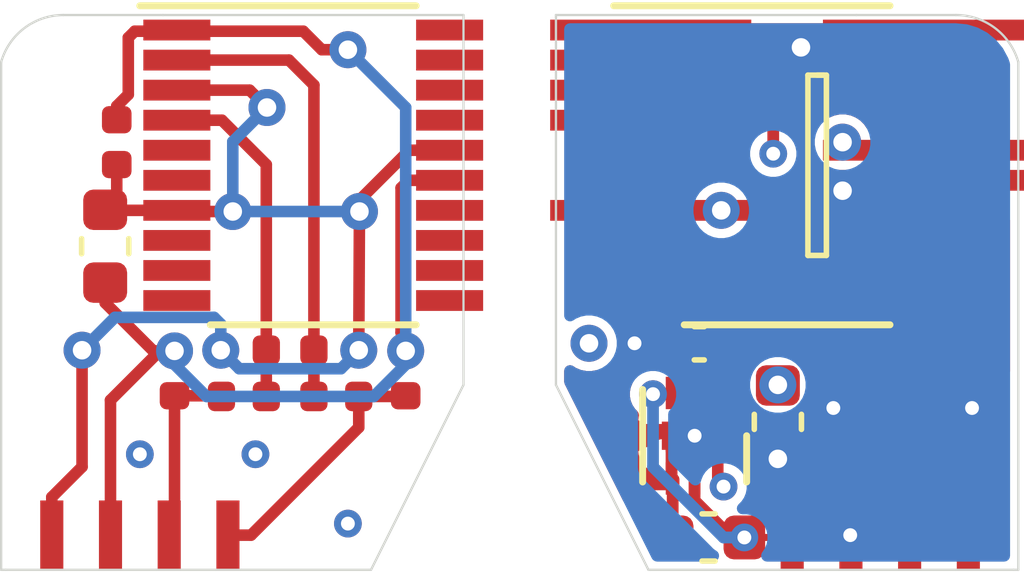
<source format=kicad_pcb>
(kicad_pcb (version 20171130) (host pcbnew 5.1.7-a382d34a8~87~ubuntu18.04.1)

  (general
    (thickness 1.6)
    (drawings 16)
    (tracks 160)
    (zones 0)
    (modules 21)
    (nets 14)
  )

  (page A4)
  (layers
    (0 F.Cu signal)
    (1 In1.Cu signal)
    (2 In2.Cu signal)
    (31 B.Cu signal)
    (32 B.Adhes user hide)
    (33 F.Adhes user)
    (34 B.Paste user)
    (35 F.Paste user)
    (36 B.SilkS user)
    (37 F.SilkS user)
    (38 B.Mask user)
    (39 F.Mask user)
    (40 Dwgs.User user)
    (41 Cmts.User user)
    (42 Eco1.User user)
    (43 Eco2.User user)
    (44 Edge.Cuts user)
    (45 Margin user)
    (46 B.CrtYd user)
    (47 F.CrtYd user)
    (48 B.Fab user)
    (49 F.Fab user)
  )

  (setup
    (last_trace_width 0.254)
    (user_trace_width 0.1524)
    (user_trace_width 0.2032)
    (user_trace_width 0.254)
    (user_trace_width 0.3048)
    (user_trace_width 0.4064)
    (user_trace_width 0.508)
    (user_trace_width 0.6096)
    (user_trace_width 0.8128)
    (user_trace_width 0.9144)
    (user_trace_width 1.2192)
    (trace_clearance 0.2)
    (zone_clearance 0.1524)
    (zone_45_only no)
    (trace_min 0.1524)
    (via_size 0.8)
    (via_drill 0.4)
    (via_min_size 0.6)
    (via_min_drill 0.3)
    (user_via 0.6 0.3)
    (user_via 0.81 0.8)
    (uvia_size 0.3)
    (uvia_drill 0.1)
    (uvias_allowed no)
    (uvia_min_size 0.2)
    (uvia_min_drill 0.1)
    (edge_width 0.05)
    (segment_width 0.2)
    (pcb_text_width 0.3)
    (pcb_text_size 1.5 1.5)
    (mod_edge_width 0.12)
    (mod_text_size 1 1)
    (mod_text_width 0.15)
    (pad_size 1.45 0.45)
    (pad_drill 0)
    (pad_to_mask_clearance 0.051)
    (solder_mask_min_width 0.25)
    (aux_axis_origin 0 0)
    (grid_origin 76 164.5)
    (visible_elements 7FFFFE1F)
    (pcbplotparams
      (layerselection 0x010fc_ffffffff)
      (usegerberextensions false)
      (usegerberattributes false)
      (usegerberadvancedattributes false)
      (creategerberjobfile false)
      (excludeedgelayer true)
      (linewidth 0.100000)
      (plotframeref false)
      (viasonmask false)
      (mode 1)
      (useauxorigin false)
      (hpglpennumber 1)
      (hpglpenspeed 20)
      (hpglpendiameter 15.000000)
      (psnegative false)
      (psa4output false)
      (plotreference true)
      (plotvalue true)
      (plotinvisibletext false)
      (padsonsilk false)
      (subtractmaskfromsilk false)
      (outputformat 1)
      (mirror false)
      (drillshape 0)
      (scaleselection 1)
      (outputdirectory "../Pulpit/"))
  )

  (net 0 "")
  (net 1 GND)
  (net 2 +5V)
  (net 3 "Net-(J1-Pad4)")
  (net 4 "Net-(J1-Pad3)")
  (net 5 "Net-(J2-Pad4)")
  (net 6 "Net-(J2-Pad3)")
  (net 7 "Net-(R1-Pad1)")
  (net 8 "Net-(R12-Pad2)")
  (net 9 "Net-(R10-Pad2)")
  (net 10 "Net-(C5-Pad1)")
  (net 11 "Net-(C6-Pad2)")
  (net 12 "Net-(C6-Pad1)")
  (net 13 "Net-(R5-Pad1)")

  (net_class Default "This is the default net class."
    (clearance 0.2)
    (trace_width 0.25)
    (via_dia 0.8)
    (via_drill 0.4)
    (uvia_dia 0.3)
    (uvia_drill 0.1)
    (add_net +5V)
    (add_net GND)
    (add_net "Net-(C5-Pad1)")
    (add_net "Net-(C6-Pad1)")
    (add_net "Net-(C6-Pad2)")
    (add_net "Net-(J1-Pad3)")
    (add_net "Net-(J1-Pad4)")
    (add_net "Net-(J2-Pad3)")
    (add_net "Net-(J2-Pad4)")
    (add_net "Net-(R1-Pad1)")
    (add_net "Net-(R10-Pad2)")
    (add_net "Net-(R12-Pad2)")
    (add_net "Net-(R5-Pad1)")
  )

  (module Package_SO:TSSOP-20_4.4x6.5mm_P0.65mm (layer F.Cu) (tedit 5F78634A) (tstamp 5F78F0C2)
    (at 30.5 188.25)
    (descr "20-Lead Plastic Thin Shrink Small Outline (ST)-4.4 mm Body [TSSOP] (see Microchip Packaging Specification 00000049BS.pdf)")
    (tags "SSOP 0.65")
    (path /5E66F302)
    (attr smd)
    (fp_text reference U1 (at -3.175 -5.715) (layer F.SilkS) hide
      (effects (font (size 1 1) (thickness 0.15)))
    )
    (fp_text value AS5304 (at 0 4.3) (layer F.Fab)
      (effects (font (size 1 1) (thickness 0.15)))
    )
    (fp_line (start -3.75 -3.45) (end 2.225 -3.45) (layer F.SilkS) (width 0.15))
    (fp_line (start -2.225 3.45) (end 2.225 3.45) (layer F.SilkS) (width 0.15))
    (fp_line (start -3.95 3.55) (end 3.95 3.55) (layer F.CrtYd) (width 0.05))
    (fp_line (start -3.95 -3.55) (end 3.95 -3.55) (layer F.CrtYd) (width 0.05))
    (fp_line (start 3.95 -3.55) (end 3.95 3.55) (layer F.CrtYd) (width 0.05))
    (fp_line (start -3.95 -3.55) (end -3.95 3.55) (layer F.CrtYd) (width 0.05))
    (fp_line (start -2.2 -2.25) (end -1.2 -3.25) (layer F.Fab) (width 0.15))
    (fp_line (start -2.2 3.25) (end -2.2 -2.25) (layer F.Fab) (width 0.15))
    (fp_line (start 2.2 3.25) (end -2.2 3.25) (layer F.Fab) (width 0.15))
    (fp_line (start 2.2 -3.25) (end 2.2 3.25) (layer F.Fab) (width 0.15))
    (fp_line (start -1.2 -3.25) (end 2.2 -3.25) (layer F.Fab) (width 0.15))
    (fp_text user %R (at -3.175 -4.445) (layer F.Fab) hide
      (effects (font (size 0.8 0.8) (thickness 0.15)))
    )
    (fp_line (start 0.65 -1.95) (end 0.85 -1.95) (layer F.SilkS) (width 0.12))
    (fp_line (start 0.85 -1.95) (end 0.85 1.95) (layer F.SilkS) (width 0.12))
    (fp_line (start 0.85 1.95) (end 0.45 1.95) (layer F.SilkS) (width 0.12))
    (fp_line (start 0.45 1.95) (end 0.45 -1.95) (layer F.SilkS) (width 0.12))
    (fp_line (start 0.45 -1.95) (end 0.8 -1.95) (layer F.SilkS) (width 0.12))
    (pad 20 smd rect (at 2.95 -2.925) (size 4.35 0.45) (layers F.Cu F.Paste F.Mask)
      (net 1 GND))
    (pad 19 smd rect (at 2.95 -2.275) (size 1.45 0.45) (layers F.Cu F.Paste F.Mask))
    (pad 18 smd rect (at 2.95 -1.625) (size 1.45 0.45) (layers F.Cu F.Paste F.Mask))
    (pad 17 smd rect (at 2.95 -0.975) (size 1.45 0.45) (layers F.Cu F.Paste F.Mask))
    (pad 16 smd rect (at 2.95 -0.325) (size 4.35 0.45) (layers F.Cu F.Paste F.Mask)
      (net 2 +5V))
    (pad 15 smd rect (at 2.95 0.325) (size 4.35 0.45) (layers F.Cu F.Paste F.Mask)
      (net 1 GND))
    (pad 14 smd rect (at 2.95 0.975) (size 1.45 0.45) (layers F.Cu F.Paste F.Mask))
    (pad 13 smd rect (at 2.95 1.625) (size 1.45 0.45) (layers F.Cu F.Paste F.Mask))
    (pad 12 smd rect (at 2.95 2.275) (size 1.45 0.45) (layers F.Cu F.Paste F.Mask))
    (pad 11 smd rect (at 2.95 2.925) (size 1.45 0.45) (layers F.Cu F.Paste F.Mask))
    (pad 10 smd rect (at -2.95 2.925) (size 1.45 0.45) (layers F.Cu F.Paste F.Mask))
    (pad 9 smd rect (at -2.95 2.275) (size 1.45 0.45) (layers F.Cu F.Paste F.Mask))
    (pad 8 smd rect (at -2.95 1.625) (size 1.45 0.45) (layers F.Cu F.Paste F.Mask))
    (pad 7 smd rect (at -2.95 0.975) (size 4.35 0.45) (layers F.Cu F.Paste F.Mask)
      (net 2 +5V))
    (pad 6 smd rect (at -2.95 0.325) (size 1.45 0.45) (layers F.Cu F.Paste F.Mask))
    (pad 5 smd rect (at -2.95 -0.325) (size 1.45 0.45) (layers F.Cu F.Paste F.Mask))
    (pad 4 smd rect (at -2.95 -0.975) (size 4.35 0.45) (layers F.Cu F.Paste F.Mask)
      (net 13 "Net-(R5-Pad1)"))
    (pad 3 smd rect (at -2.95 -1.625) (size 4.35 0.45) (layers F.Cu F.Paste F.Mask)
      (net 2 +5V))
    (pad 2 smd rect (at -2.95 -2.275) (size 4.35 0.45) (layers F.Cu F.Paste F.Mask)
      (net 7 "Net-(R1-Pad1)"))
    (pad 1 smd rect (at -2.95 -2.925) (size 4.35 0.45) (layers F.Cu F.Paste F.Mask)
      (net 1 GND))
    (model ${KISYS3DMOD}/Package_SO.3dshapes/TSSOP-20_4.4x6.5mm_P0.65mm.wrl
      (at (xyz 0 0 0))
      (scale (xyz 1 1 1))
      (rotate (xyz 0 0 0))
    )
  )

  (module Package_DFN_QFN:DFN-6-1EP_2x2mm_P0.5mm_EP0.61x1.42mm (layer F.Cu) (tedit 5EA4BC78) (tstamp 5F7864FA)
    (at 28.5 194.1 270)
    (descr "DC6 Package; 6-Lead Plastic DFN (2mm x 2mm) (see Linear Technology DFN_6_05-08-1703.pdf)")
    (tags "DFN 0.5")
    (path /5F7893FC)
    (attr smd)
    (fp_text reference U3 (at 0 -2.05 90) (layer F.SilkS) hide
      (effects (font (size 1 1) (thickness 0.15)))
    )
    (fp_text value LTC3221 (at 0 2.05 90) (layer F.Fab)
      (effects (font (size 1 1) (thickness 0.15)))
    )
    (fp_text user %R (at 0 0 90) (layer F.Fab)
      (effects (font (size 0.5 0.5) (thickness 0.075)))
    )
    (fp_line (start -0.5 -1) (end 1 -1) (layer F.Fab) (width 0.15))
    (fp_line (start 1 -1) (end 1 1) (layer F.Fab) (width 0.15))
    (fp_line (start 1 1) (end -1 1) (layer F.Fab) (width 0.15))
    (fp_line (start -1 1) (end -1 -0.5) (layer F.Fab) (width 0.15))
    (fp_line (start -1 -0.5) (end -0.5 -1) (layer F.Fab) (width 0.15))
    (fp_line (start -1.55 -1.3) (end -1.55 1.3) (layer F.CrtYd) (width 0.05))
    (fp_line (start 1.55 -1.3) (end 1.55 1.3) (layer F.CrtYd) (width 0.05))
    (fp_line (start -1.55 -1.3) (end 1.55 -1.3) (layer F.CrtYd) (width 0.05))
    (fp_line (start -1.55 1.3) (end 1.55 1.3) (layer F.CrtYd) (width 0.05))
    (fp_line (start -1 1.125) (end 1 1.125) (layer F.SilkS) (width 0.15))
    (fp_line (start 0 -1.125) (end 1 -1.125) (layer F.SilkS) (width 0.15))
    (pad "" smd rect (at 0 0.355 270) (size 0.5 0.56) (layers F.Paste))
    (pad "" smd rect (at 0 -0.355 270) (size 0.5 0.56) (layers F.Paste))
    (pad 7 smd rect (at 0 0 270) (size 0.61 1.42) (layers F.Cu F.Mask)
      (net 1 GND))
    (pad 6 smd rect (at 0.925 -0.5 270) (size 0.7 0.25) (layers F.Cu F.Paste F.Mask)
      (net 2 +5V))
    (pad 5 smd rect (at 0.925 0 270) (size 0.7 0.25) (layers F.Cu F.Paste F.Mask)
      (net 10 "Net-(C5-Pad1)"))
    (pad 4 smd rect (at 0.925 0.5 270) (size 0.7 0.25) (layers F.Cu F.Paste F.Mask)
      (net 1 GND))
    (pad 3 smd rect (at -0.925 0.5 270) (size 0.7 0.25) (layers F.Cu F.Paste F.Mask)
      (net 10 "Net-(C5-Pad1)"))
    (pad 2 smd rect (at -0.925 0 270) (size 0.7 0.25) (layers F.Cu F.Paste F.Mask)
      (net 11 "Net-(C6-Pad2)"))
    (pad 1 smd rect (at -0.925 -0.5 270) (size 0.7 0.25) (layers F.Cu F.Paste F.Mask)
      (net 12 "Net-(C6-Pad1)"))
    (model ${KISYS3DMOD}/Package_DFN_QFN.3dshapes/DFN-6-1EP_2x2mm_P0.5mm_EP0.61x1.42mm.wrl
      (at (xyz 0 0 0))
      (scale (xyz 1 1 1))
      (rotate (xyz 0 0 0))
    )
  )

  (module Capacitor_SMD:C_0402_1005Metric (layer F.Cu) (tedit 5F68FEEE) (tstamp 5F7862E9)
    (at 28.6 192.1 180)
    (descr "Capacitor SMD 0402 (1005 Metric), square (rectangular) end terminal, IPC_7351 nominal, (Body size source: IPC-SM-782 page 76, https://www.pcb-3d.com/wordpress/wp-content/uploads/ipc-sm-782a_amendment_1_and_2.pdf), generated with kicad-footprint-generator")
    (tags capacitor)
    (path /5F78A961)
    (attr smd)
    (fp_text reference C6 (at 0 -1.16) (layer F.SilkS) hide
      (effects (font (size 1 1) (thickness 0.15)))
    )
    (fp_text value 1uF (at 0 1.16) (layer F.Fab)
      (effects (font (size 1 1) (thickness 0.15)))
    )
    (fp_text user %R (at 0 0) (layer F.Fab)
      (effects (font (size 0.25 0.25) (thickness 0.04)))
    )
    (fp_line (start -0.5 0.25) (end -0.5 -0.25) (layer F.Fab) (width 0.1))
    (fp_line (start -0.5 -0.25) (end 0.5 -0.25) (layer F.Fab) (width 0.1))
    (fp_line (start 0.5 -0.25) (end 0.5 0.25) (layer F.Fab) (width 0.1))
    (fp_line (start 0.5 0.25) (end -0.5 0.25) (layer F.Fab) (width 0.1))
    (fp_line (start -0.107836 -0.36) (end 0.107836 -0.36) (layer F.SilkS) (width 0.12))
    (fp_line (start -0.107836 0.36) (end 0.107836 0.36) (layer F.SilkS) (width 0.12))
    (fp_line (start -0.91 0.46) (end -0.91 -0.46) (layer F.CrtYd) (width 0.05))
    (fp_line (start -0.91 -0.46) (end 0.91 -0.46) (layer F.CrtYd) (width 0.05))
    (fp_line (start 0.91 -0.46) (end 0.91 0.46) (layer F.CrtYd) (width 0.05))
    (fp_line (start 0.91 0.46) (end -0.91 0.46) (layer F.CrtYd) (width 0.05))
    (pad 2 smd roundrect (at 0.48 0 180) (size 0.56 0.62) (layers F.Cu F.Paste F.Mask) (roundrect_rratio 0.25)
      (net 11 "Net-(C6-Pad2)"))
    (pad 1 smd roundrect (at -0.48 0 180) (size 0.56 0.62) (layers F.Cu F.Paste F.Mask) (roundrect_rratio 0.25)
      (net 12 "Net-(C6-Pad1)"))
    (model ${KISYS3DMOD}/Capacitor_SMD.3dshapes/C_0402_1005Metric.wrl
      (at (xyz 0 0 0))
      (scale (xyz 1 1 1))
      (rotate (xyz 0 0 0))
    )
  )

  (module Capacitor_SMD:C_0603_1608Metric (layer F.Cu) (tedit 5F68FEEE) (tstamp 5F7862D8)
    (at 28.8 196.3 180)
    (descr "Capacitor SMD 0603 (1608 Metric), square (rectangular) end terminal, IPC_7351 nominal, (Body size source: IPC-SM-782 page 76, https://www.pcb-3d.com/wordpress/wp-content/uploads/ipc-sm-782a_amendment_1_and_2.pdf), generated with kicad-footprint-generator")
    (tags capacitor)
    (path /5F7C3DA6)
    (attr smd)
    (fp_text reference C5 (at 0 -1.43) (layer F.SilkS) hide
      (effects (font (size 1 1) (thickness 0.15)))
    )
    (fp_text value 2.2uF (at 0 1.43) (layer F.Fab)
      (effects (font (size 1 1) (thickness 0.15)))
    )
    (fp_text user %R (at 0 0) (layer F.Fab)
      (effects (font (size 0.4 0.4) (thickness 0.06)))
    )
    (fp_line (start -0.8 0.4) (end -0.8 -0.4) (layer F.Fab) (width 0.1))
    (fp_line (start -0.8 -0.4) (end 0.8 -0.4) (layer F.Fab) (width 0.1))
    (fp_line (start 0.8 -0.4) (end 0.8 0.4) (layer F.Fab) (width 0.1))
    (fp_line (start 0.8 0.4) (end -0.8 0.4) (layer F.Fab) (width 0.1))
    (fp_line (start -0.14058 -0.51) (end 0.14058 -0.51) (layer F.SilkS) (width 0.12))
    (fp_line (start -0.14058 0.51) (end 0.14058 0.51) (layer F.SilkS) (width 0.12))
    (fp_line (start -1.48 0.73) (end -1.48 -0.73) (layer F.CrtYd) (width 0.05))
    (fp_line (start -1.48 -0.73) (end 1.48 -0.73) (layer F.CrtYd) (width 0.05))
    (fp_line (start 1.48 -0.73) (end 1.48 0.73) (layer F.CrtYd) (width 0.05))
    (fp_line (start 1.48 0.73) (end -1.48 0.73) (layer F.CrtYd) (width 0.05))
    (pad 2 smd roundrect (at 0.775 0 180) (size 0.9 0.95) (layers F.Cu F.Paste F.Mask) (roundrect_rratio 0.25)
      (net 1 GND))
    (pad 1 smd roundrect (at -0.775 0 180) (size 0.9 0.95) (layers F.Cu F.Paste F.Mask) (roundrect_rratio 0.25)
      (net 10 "Net-(C5-Pad1)"))
    (model ${KISYS3DMOD}/Capacitor_SMD.3dshapes/C_0603_1608Metric.wrl
      (at (xyz 0 0 0))
      (scale (xyz 1 1 1))
      (rotate (xyz 0 0 0))
    )
  )

  (module Resistor_SMD:R_0402_1005Metric (layer F.Cu) (tedit 5B301BBD) (tstamp 5E68A238)
    (at 22.25 192.75 90)
    (descr "Resistor SMD 0402 (1005 Metric), square (rectangular) end terminal, IPC_7351 nominal, (Body size source: http://www.tortai-tech.com/upload/download/2011102023233369053.pdf), generated with kicad-footprint-generator")
    (tags resistor)
    (path /5E69FF1E)
    (attr smd)
    (fp_text reference R4 (at 0 -1.17 90) (layer F.SilkS) hide
      (effects (font (size 1 1) (thickness 0.15)))
    )
    (fp_text value 3K3 (at 0 1.17 90) (layer F.Fab)
      (effects (font (size 1 1) (thickness 0.15)))
    )
    (fp_line (start -0.5 0.25) (end -0.5 -0.25) (layer F.Fab) (width 0.1))
    (fp_line (start -0.5 -0.25) (end 0.5 -0.25) (layer F.Fab) (width 0.1))
    (fp_line (start 0.5 -0.25) (end 0.5 0.25) (layer F.Fab) (width 0.1))
    (fp_line (start 0.5 0.25) (end -0.5 0.25) (layer F.Fab) (width 0.1))
    (fp_line (start -0.93 0.47) (end -0.93 -0.47) (layer F.CrtYd) (width 0.05))
    (fp_line (start -0.93 -0.47) (end 0.93 -0.47) (layer F.CrtYd) (width 0.05))
    (fp_line (start 0.93 -0.47) (end 0.93 0.47) (layer F.CrtYd) (width 0.05))
    (fp_line (start 0.93 0.47) (end -0.93 0.47) (layer F.CrtYd) (width 0.05))
    (fp_text user %R (at 0 0 90) (layer F.Fab) hide
      (effects (font (size 0.25 0.25) (thickness 0.04)))
    )
    (pad 1 smd roundrect (at -0.485 0 90) (size 0.59 0.64) (layers F.Cu F.Paste F.Mask) (roundrect_rratio 0.25)
      (net 5 "Net-(J2-Pad4)"))
    (pad 2 smd roundrect (at 0.485 0 90) (size 0.59 0.64) (layers F.Cu F.Paste F.Mask) (roundrect_rratio 0.25)
      (net 1 GND))
    (model ${KISYS3DMOD}/Resistor_SMD.3dshapes/R_0402_1005Metric.wrl
      (at (xyz 0 0 0))
      (scale (xyz 1 1 1))
      (rotate (xyz 0 0 0))
    )
  )

  (module Resistor_SMD:R_0402_1005Metric (layer F.Cu) (tedit 5B301BBD) (tstamp 5E68A2B0)
    (at 18.75 192.25)
    (descr "Resistor SMD 0402 (1005 Metric), square (rectangular) end terminal, IPC_7351 nominal, (Body size source: http://www.tortai-tech.com/upload/download/2011102023233369053.pdf), generated with kicad-footprint-generator")
    (tags resistor)
    (path /5E68E0E0)
    (attr smd)
    (fp_text reference R12 (at 0 -1.17) (layer F.SilkS) hide
      (effects (font (size 1 1) (thickness 0.15)))
    )
    (fp_text value DNP (at 0 1.17) (layer F.Fab)
      (effects (font (size 1 1) (thickness 0.15)))
    )
    (fp_line (start -0.5 0.25) (end -0.5 -0.25) (layer F.Fab) (width 0.1))
    (fp_line (start -0.5 -0.25) (end 0.5 -0.25) (layer F.Fab) (width 0.1))
    (fp_line (start 0.5 -0.25) (end 0.5 0.25) (layer F.Fab) (width 0.1))
    (fp_line (start 0.5 0.25) (end -0.5 0.25) (layer F.Fab) (width 0.1))
    (fp_line (start -0.93 0.47) (end -0.93 -0.47) (layer F.CrtYd) (width 0.05))
    (fp_line (start -0.93 -0.47) (end 0.93 -0.47) (layer F.CrtYd) (width 0.05))
    (fp_line (start 0.93 -0.47) (end 0.93 0.47) (layer F.CrtYd) (width 0.05))
    (fp_line (start 0.93 0.47) (end -0.93 0.47) (layer F.CrtYd) (width 0.05))
    (fp_text user %R (at 0 0) (layer F.Fab) hide
      (effects (font (size 0.25 0.25) (thickness 0.04)))
    )
    (pad 1 smd roundrect (at -0.485 0) (size 0.59 0.64) (layers F.Cu F.Paste F.Mask) (roundrect_rratio 0.25)
      (net 2 +5V))
    (pad 2 smd roundrect (at 0.485 0) (size 0.59 0.64) (layers F.Cu F.Paste F.Mask) (roundrect_rratio 0.25)
      (net 8 "Net-(R12-Pad2)"))
    (model ${KISYS3DMOD}/Resistor_SMD.3dshapes/R_0402_1005Metric.wrl
      (at (xyz 0 0 0))
      (scale (xyz 1 1 1))
      (rotate (xyz 0 0 0))
    )
  )

  (module Capacitor_SMD:C_0402_1005Metric (layer F.Cu) (tedit 5B301BBE) (tstamp 5E68A17D)
    (at 16 187.75 90)
    (descr "Capacitor SMD 0402 (1005 Metric), square (rectangular) end terminal, IPC_7351 nominal, (Body size source: http://www.tortai-tech.com/upload/download/2011102023233369053.pdf), generated with kicad-footprint-generator")
    (tags capacitor)
    (path /5E671B48)
    (attr smd)
    (fp_text reference C1 (at 0 -1.17 90) (layer F.SilkS) hide
      (effects (font (size 1 1) (thickness 0.15)))
    )
    (fp_text value 0.1uF (at 0 1.17 90) (layer F.Fab)
      (effects (font (size 1 1) (thickness 0.15)))
    )
    (fp_line (start -0.5 0.25) (end -0.5 -0.25) (layer F.Fab) (width 0.1))
    (fp_line (start -0.5 -0.25) (end 0.5 -0.25) (layer F.Fab) (width 0.1))
    (fp_line (start 0.5 -0.25) (end 0.5 0.25) (layer F.Fab) (width 0.1))
    (fp_line (start 0.5 0.25) (end -0.5 0.25) (layer F.Fab) (width 0.1))
    (fp_line (start -0.93 0.47) (end -0.93 -0.47) (layer F.CrtYd) (width 0.05))
    (fp_line (start -0.93 -0.47) (end 0.93 -0.47) (layer F.CrtYd) (width 0.05))
    (fp_line (start 0.93 -0.47) (end 0.93 0.47) (layer F.CrtYd) (width 0.05))
    (fp_line (start 0.93 0.47) (end -0.93 0.47) (layer F.CrtYd) (width 0.05))
    (fp_text user %R (at 0 0 90) (layer F.Fab) hide
      (effects (font (size 0.25 0.25) (thickness 0.04)))
    )
    (pad 1 smd roundrect (at -0.485 0 90) (size 0.59 0.64) (layers F.Cu F.Paste F.Mask) (roundrect_rratio 0.25)
      (net 2 +5V))
    (pad 2 smd roundrect (at 0.485 0 90) (size 0.59 0.64) (layers F.Cu F.Paste F.Mask) (roundrect_rratio 0.25)
      (net 1 GND))
    (model ${KISYS3DMOD}/Capacitor_SMD.3dshapes/C_0402_1005Metric.wrl
      (at (xyz 0 0 0))
      (scale (xyz 1 1 1))
      (rotate (xyz 0 0 0))
    )
  )

  (module Resistor_SMD:R_0402_1005Metric (layer F.Cu) (tedit 5B301BBD) (tstamp 5E68A274)
    (at 17.25 192.75 90)
    (descr "Resistor SMD 0402 (1005 Metric), square (rectangular) end terminal, IPC_7351 nominal, (Body size source: http://www.tortai-tech.com/upload/download/2011102023233369053.pdf), generated with kicad-footprint-generator")
    (tags resistor)
    (path /5E69FF12)
    (attr smd)
    (fp_text reference R8 (at 0 -1.17 90) (layer F.SilkS) hide
      (effects (font (size 1 1) (thickness 0.15)))
    )
    (fp_text value 3K3 (at 0 1.17 90) (layer F.Fab)
      (effects (font (size 1 1) (thickness 0.15)))
    )
    (fp_line (start -0.5 0.25) (end -0.5 -0.25) (layer F.Fab) (width 0.1))
    (fp_line (start -0.5 -0.25) (end 0.5 -0.25) (layer F.Fab) (width 0.1))
    (fp_line (start 0.5 -0.25) (end 0.5 0.25) (layer F.Fab) (width 0.1))
    (fp_line (start 0.5 0.25) (end -0.5 0.25) (layer F.Fab) (width 0.1))
    (fp_line (start -0.93 0.47) (end -0.93 -0.47) (layer F.CrtYd) (width 0.05))
    (fp_line (start -0.93 -0.47) (end 0.93 -0.47) (layer F.CrtYd) (width 0.05))
    (fp_line (start 0.93 -0.47) (end 0.93 0.47) (layer F.CrtYd) (width 0.05))
    (fp_line (start 0.93 0.47) (end -0.93 0.47) (layer F.CrtYd) (width 0.05))
    (fp_text user %R (at 0 0 90) (layer F.Fab) hide
      (effects (font (size 0.25 0.25) (thickness 0.04)))
    )
    (pad 1 smd roundrect (at -0.485 0 90) (size 0.59 0.64) (layers F.Cu F.Paste F.Mask) (roundrect_rratio 0.25)
      (net 6 "Net-(J2-Pad3)"))
    (pad 2 smd roundrect (at 0.485 0 90) (size 0.59 0.64) (layers F.Cu F.Paste F.Mask) (roundrect_rratio 0.25)
      (net 1 GND))
    (model ${KISYS3DMOD}/Resistor_SMD.3dshapes/R_0402_1005Metric.wrl
      (at (xyz 0 0 0))
      (scale (xyz 1 1 1))
      (rotate (xyz 0 0 0))
    )
  )

  (module Capacitor_SMD:C_0603_1608Metric (layer F.Cu) (tedit 5B301BBE) (tstamp 5E68A1AE)
    (at 15.75 190 270)
    (descr "Capacitor SMD 0603 (1608 Metric), square (rectangular) end terminal, IPC_7351 nominal, (Body size source: http://www.tortai-tech.com/upload/download/2011102023233369053.pdf), generated with kicad-footprint-generator")
    (tags capacitor)
    (path /5E62AA03)
    (attr smd)
    (fp_text reference C4 (at 0 -1.43 90) (layer F.SilkS) hide
      (effects (font (size 1 1) (thickness 0.15)))
    )
    (fp_text value 10uF (at 0 1.43 90) (layer F.Fab)
      (effects (font (size 1 1) (thickness 0.15)))
    )
    (fp_line (start -0.8 0.4) (end -0.8 -0.4) (layer F.Fab) (width 0.1))
    (fp_line (start -0.8 -0.4) (end 0.8 -0.4) (layer F.Fab) (width 0.1))
    (fp_line (start 0.8 -0.4) (end 0.8 0.4) (layer F.Fab) (width 0.1))
    (fp_line (start 0.8 0.4) (end -0.8 0.4) (layer F.Fab) (width 0.1))
    (fp_line (start -0.162779 -0.51) (end 0.162779 -0.51) (layer F.SilkS) (width 0.12))
    (fp_line (start -0.162779 0.51) (end 0.162779 0.51) (layer F.SilkS) (width 0.12))
    (fp_line (start -1.48 0.73) (end -1.48 -0.73) (layer F.CrtYd) (width 0.05))
    (fp_line (start -1.48 -0.73) (end 1.48 -0.73) (layer F.CrtYd) (width 0.05))
    (fp_line (start 1.48 -0.73) (end 1.48 0.73) (layer F.CrtYd) (width 0.05))
    (fp_line (start 1.48 0.73) (end -1.48 0.73) (layer F.CrtYd) (width 0.05))
    (fp_text user %R (at 0 0 90) (layer F.Fab) hide
      (effects (font (size 0.4 0.4) (thickness 0.06)))
    )
    (pad 1 smd roundrect (at -0.7875 0 270) (size 0.875 0.95) (layers F.Cu F.Paste F.Mask) (roundrect_rratio 0.25)
      (net 2 +5V))
    (pad 2 smd roundrect (at 0.7875 0 270) (size 0.875 0.95) (layers F.Cu F.Paste F.Mask) (roundrect_rratio 0.25)
      (net 1 GND))
    (model ${KISYS3DMOD}/Capacitor_SMD.3dshapes/C_0603_1608Metric.wrl
      (at (xyz 0 0 0))
      (scale (xyz 1 1 1))
      (rotate (xyz 0 0 0))
    )
  )

  (module connector_brd2brd:01x04_1.0x0.5mm_SMD (layer F.Cu) (tedit 5E67A7EC) (tstamp 5E68A1FC)
    (at 16.5 196.25)
    (path /5E62AA27)
    (fp_text reference J2 (at 0.508 -4.445) (layer F.SilkS) hide
      (effects (font (size 1 1) (thickness 0.15)))
    )
    (fp_text value Conn_01x04 (at 1.016 -6.477) (layer F.Fab)
      (effects (font (size 1 1) (thickness 0.15)))
    )
    (pad 1 smd rect (at -1.905 0) (size 0.5 1.5) (layers F.Cu F.Paste F.Mask)
      (net 2 +5V))
    (pad 2 smd rect (at -0.635 0) (size 0.5 1.5) (layers F.Cu F.Paste F.Mask)
      (net 1 GND))
    (pad 3 smd rect (at 0.635 0) (size 0.5 1.5) (layers F.Cu F.Paste F.Mask)
      (net 6 "Net-(J2-Pad3)"))
    (pad 4 smd rect (at 1.905 0) (size 0.5 1.5) (layers F.Cu F.Paste F.Mask)
      (net 5 "Net-(J2-Pad4)"))
  )

  (module Resistor_SMD:R_0402_1005Metric (layer F.Cu) (tedit 5B301BBD) (tstamp 5E68A265)
    (at 18.75 193.25 180)
    (descr "Resistor SMD 0402 (1005 Metric), square (rectangular) end terminal, IPC_7351 nominal, (Body size source: http://www.tortai-tech.com/upload/download/2011102023233369053.pdf), generated with kicad-footprint-generator")
    (tags resistor)
    (path /5E69FF0C)
    (attr smd)
    (fp_text reference R7 (at 0 -1.17) (layer F.SilkS) hide
      (effects (font (size 1 1) (thickness 0.15)))
    )
    (fp_text value 2K2 (at 0 1.17) (layer F.Fab)
      (effects (font (size 1 1) (thickness 0.15)))
    )
    (fp_line (start -0.5 0.25) (end -0.5 -0.25) (layer F.Fab) (width 0.1))
    (fp_line (start -0.5 -0.25) (end 0.5 -0.25) (layer F.Fab) (width 0.1))
    (fp_line (start 0.5 -0.25) (end 0.5 0.25) (layer F.Fab) (width 0.1))
    (fp_line (start 0.5 0.25) (end -0.5 0.25) (layer F.Fab) (width 0.1))
    (fp_line (start -0.93 0.47) (end -0.93 -0.47) (layer F.CrtYd) (width 0.05))
    (fp_line (start -0.93 -0.47) (end 0.93 -0.47) (layer F.CrtYd) (width 0.05))
    (fp_line (start 0.93 -0.47) (end 0.93 0.47) (layer F.CrtYd) (width 0.05))
    (fp_line (start 0.93 0.47) (end -0.93 0.47) (layer F.CrtYd) (width 0.05))
    (fp_text user %R (at 0 0) (layer F.Fab) hide
      (effects (font (size 0.25 0.25) (thickness 0.04)))
    )
    (pad 1 smd roundrect (at -0.485 0 180) (size 0.59 0.64) (layers F.Cu F.Paste F.Mask) (roundrect_rratio 0.25)
      (net 8 "Net-(R12-Pad2)"))
    (pad 2 smd roundrect (at 0.485 0 180) (size 0.59 0.64) (layers F.Cu F.Paste F.Mask) (roundrect_rratio 0.25)
      (net 6 "Net-(J2-Pad3)"))
    (model ${KISYS3DMOD}/Resistor_SMD.3dshapes/R_0402_1005Metric.wrl
      (at (xyz 0 0 0))
      (scale (xyz 1 1 1))
      (rotate (xyz 0 0 0))
    )
  )

  (module Package_SO:TSSOP-20_4.4x6.5mm_P0.65mm (layer F.Cu) (tedit 5F453377) (tstamp 5E68A2F8)
    (at 20.25 188.25)
    (descr "20-Lead Plastic Thin Shrink Small Outline (ST)-4.4 mm Body [TSSOP] (see Microchip Packaging Specification 00000049BS.pdf)")
    (tags "SSOP 0.65")
    (path /5E66FC47)
    (attr smd)
    (fp_text reference U2 (at 0 -4.3) (layer F.SilkS) hide
      (effects (font (size 1 1) (thickness 0.15)))
    )
    (fp_text value AS5304 (at 0 4.3) (layer F.Fab)
      (effects (font (size 1 1) (thickness 0.15)))
    )
    (fp_line (start -1.2 -3.25) (end 2.2 -3.25) (layer F.Fab) (width 0.15))
    (fp_line (start 2.2 -3.25) (end 2.2 3.25) (layer F.Fab) (width 0.15))
    (fp_line (start 2.2 3.25) (end -2.2 3.25) (layer F.Fab) (width 0.15))
    (fp_line (start -2.2 3.25) (end -2.2 -2.25) (layer F.Fab) (width 0.15))
    (fp_line (start -2.2 -2.25) (end -1.2 -3.25) (layer F.Fab) (width 0.15))
    (fp_line (start -3.95 -3.55) (end -3.95 3.55) (layer F.CrtYd) (width 0.05))
    (fp_line (start 3.95 -3.55) (end 3.95 3.55) (layer F.CrtYd) (width 0.05))
    (fp_line (start -3.95 -3.55) (end 3.95 -3.55) (layer F.CrtYd) (width 0.05))
    (fp_line (start -3.95 3.55) (end 3.95 3.55) (layer F.CrtYd) (width 0.05))
    (fp_line (start -2.225 3.45) (end 2.225 3.45) (layer F.SilkS) (width 0.15))
    (fp_line (start -3.75 -3.45) (end 2.225 -3.45) (layer F.SilkS) (width 0.15))
    (fp_text user %R (at 0 0) (layer F.Fab) hide
      (effects (font (size 0.8 0.8) (thickness 0.15)))
    )
    (pad 1 smd rect (at -2.95 -2.925) (size 1.45 0.45) (layers F.Cu F.Paste F.Mask)
      (net 1 GND))
    (pad 2 smd rect (at -2.95 -2.275) (size 1.45 0.45) (layers F.Cu F.Paste F.Mask)
      (net 9 "Net-(R10-Pad2)"))
    (pad 3 smd rect (at -2.95 -1.625) (size 1.45 0.45) (layers F.Cu F.Paste F.Mask)
      (net 2 +5V))
    (pad 4 smd rect (at -2.95 -0.975) (size 1.45 0.45) (layers F.Cu F.Paste F.Mask)
      (net 8 "Net-(R12-Pad2)"))
    (pad 5 smd rect (at -2.95 -0.325) (size 1.45 0.45) (layers F.Cu F.Paste F.Mask))
    (pad 6 smd rect (at -2.95 0.325) (size 1.45 0.45) (layers F.Cu F.Paste F.Mask))
    (pad 7 smd rect (at -2.95 0.975) (size 1.45 0.45) (layers F.Cu F.Paste F.Mask)
      (net 2 +5V))
    (pad 8 smd rect (at -2.95 1.625) (size 1.45 0.45) (layers F.Cu F.Paste F.Mask))
    (pad 9 smd rect (at -2.95 2.275) (size 1.45 0.45) (layers F.Cu F.Paste F.Mask))
    (pad 10 smd rect (at -2.95 2.925) (size 1.45 0.45) (layers F.Cu F.Paste F.Mask))
    (pad 11 smd rect (at 2.95 2.925) (size 1.45 0.45) (layers F.Cu F.Paste F.Mask))
    (pad 12 smd rect (at 2.95 2.275) (size 1.45 0.45) (layers F.Cu F.Paste F.Mask))
    (pad 13 smd rect (at 2.95 1.625) (size 1.45 0.45) (layers F.Cu F.Paste F.Mask))
    (pad 14 smd rect (at 2.95 0.975) (size 1.45 0.45) (layers F.Cu F.Paste F.Mask))
    (pad 15 smd rect (at 2.95 0.325) (size 1.45 0.45) (layers F.Cu F.Paste F.Mask)
      (net 1 GND))
    (pad 16 smd rect (at 2.95 -0.325) (size 1.45 0.45) (layers F.Cu F.Paste F.Mask)
      (net 2 +5V))
    (pad 17 smd rect (at 2.95 -0.975) (size 1.45 0.45) (layers F.Cu F.Paste F.Mask))
    (pad 18 smd rect (at 2.95 -1.625) (size 1.45 0.45) (layers F.Cu F.Paste F.Mask))
    (pad 19 smd rect (at 2.95 -2.275) (size 1.45 0.45) (layers F.Cu F.Paste F.Mask))
    (pad 20 smd rect (at 2.95 -2.925) (size 1.45 0.45) (layers F.Cu F.Paste F.Mask)
      (net 1 GND))
    (model ${KISYS3DMOD}/Package_SO.3dshapes/TSSOP-20_4.4x6.5mm_P0.65mm.wrl
      (at (xyz 0 0 0))
      (scale (xyz 1 1 1))
      (rotate (xyz 0 0 0))
    )
  )

  (module Resistor_SMD:R_0402_1005Metric (layer F.Cu) (tedit 5B301BBD) (tstamp 5E68A229)
    (at 20.75 193.25)
    (descr "Resistor SMD 0402 (1005 Metric), square (rectangular) end terminal, IPC_7351 nominal, (Body size source: http://www.tortai-tech.com/upload/download/2011102023233369053.pdf), generated with kicad-footprint-generator")
    (tags resistor)
    (path /5E69FF18)
    (attr smd)
    (fp_text reference R3 (at 0 -1.17) (layer F.SilkS) hide
      (effects (font (size 1 1) (thickness 0.15)))
    )
    (fp_text value 2K2 (at 0 1.17) (layer F.Fab)
      (effects (font (size 1 1) (thickness 0.15)))
    )
    (fp_line (start -0.5 0.25) (end -0.5 -0.25) (layer F.Fab) (width 0.1))
    (fp_line (start -0.5 -0.25) (end 0.5 -0.25) (layer F.Fab) (width 0.1))
    (fp_line (start 0.5 -0.25) (end 0.5 0.25) (layer F.Fab) (width 0.1))
    (fp_line (start 0.5 0.25) (end -0.5 0.25) (layer F.Fab) (width 0.1))
    (fp_line (start -0.93 0.47) (end -0.93 -0.47) (layer F.CrtYd) (width 0.05))
    (fp_line (start -0.93 -0.47) (end 0.93 -0.47) (layer F.CrtYd) (width 0.05))
    (fp_line (start 0.93 -0.47) (end 0.93 0.47) (layer F.CrtYd) (width 0.05))
    (fp_line (start 0.93 0.47) (end -0.93 0.47) (layer F.CrtYd) (width 0.05))
    (fp_text user %R (at 0 0) (layer F.Fab) hide
      (effects (font (size 0.25 0.25) (thickness 0.04)))
    )
    (pad 1 smd roundrect (at -0.485 0) (size 0.59 0.64) (layers F.Cu F.Paste F.Mask) (roundrect_rratio 0.25)
      (net 9 "Net-(R10-Pad2)"))
    (pad 2 smd roundrect (at 0.485 0) (size 0.59 0.64) (layers F.Cu F.Paste F.Mask) (roundrect_rratio 0.25)
      (net 5 "Net-(J2-Pad4)"))
    (model ${KISYS3DMOD}/Resistor_SMD.3dshapes/R_0402_1005Metric.wrl
      (at (xyz 0 0 0))
      (scale (xyz 1 1 1))
      (rotate (xyz 0 0 0))
    )
  )

  (module Resistor_SMD:R_0402_1005Metric (layer F.Cu) (tedit 5B301BBD) (tstamp 5E68A292)
    (at 20.75 192.25 180)
    (descr "Resistor SMD 0402 (1005 Metric), square (rectangular) end terminal, IPC_7351 nominal, (Body size source: http://www.tortai-tech.com/upload/download/2011102023233369053.pdf), generated with kicad-footprint-generator")
    (tags resistor)
    (path /5E68DADA)
    (attr smd)
    (fp_text reference R10 (at 0 -1.17) (layer F.SilkS) hide
      (effects (font (size 1 1) (thickness 0.15)))
    )
    (fp_text value DNP (at 0 1.17) (layer F.Fab)
      (effects (font (size 1 1) (thickness 0.15)))
    )
    (fp_line (start -0.5 0.25) (end -0.5 -0.25) (layer F.Fab) (width 0.1))
    (fp_line (start -0.5 -0.25) (end 0.5 -0.25) (layer F.Fab) (width 0.1))
    (fp_line (start 0.5 -0.25) (end 0.5 0.25) (layer F.Fab) (width 0.1))
    (fp_line (start 0.5 0.25) (end -0.5 0.25) (layer F.Fab) (width 0.1))
    (fp_line (start -0.93 0.47) (end -0.93 -0.47) (layer F.CrtYd) (width 0.05))
    (fp_line (start -0.93 -0.47) (end 0.93 -0.47) (layer F.CrtYd) (width 0.05))
    (fp_line (start 0.93 -0.47) (end 0.93 0.47) (layer F.CrtYd) (width 0.05))
    (fp_line (start 0.93 0.47) (end -0.93 0.47) (layer F.CrtYd) (width 0.05))
    (fp_text user %R (at 0 0) (layer F.Fab) hide
      (effects (font (size 0.25 0.25) (thickness 0.04)))
    )
    (pad 1 smd roundrect (at -0.485 0 180) (size 0.59 0.64) (layers F.Cu F.Paste F.Mask) (roundrect_rratio 0.25)
      (net 2 +5V))
    (pad 2 smd roundrect (at 0.485 0 180) (size 0.59 0.64) (layers F.Cu F.Paste F.Mask) (roundrect_rratio 0.25)
      (net 9 "Net-(R10-Pad2)"))
    (model ${KISYS3DMOD}/Resistor_SMD.3dshapes/R_0402_1005Metric.wrl
      (at (xyz 0 0 0))
      (scale (xyz 1 1 1))
      (rotate (xyz 0 0 0))
    )
  )

  (module Resistor_SMD:R_0402_1005Metric (layer F.Cu) (tedit 5B301BBD) (tstamp 5E67B73D)
    (at 33.5 194 270)
    (descr "Resistor SMD 0402 (1005 Metric), square (rectangular) end terminal, IPC_7351 nominal, (Body size source: http://www.tortai-tech.com/upload/download/2011102023233369053.pdf), generated with kicad-footprint-generator")
    (tags resistor)
    (path /5E69BAED)
    (attr smd)
    (fp_text reference R1 (at 0 -1.17 90) (layer F.SilkS) hide
      (effects (font (size 1 1) (thickness 0.15)))
    )
    (fp_text value 2K2 (at 0 1.17 90) (layer F.Fab)
      (effects (font (size 1 1) (thickness 0.15)))
    )
    (fp_line (start -0.5 0.25) (end -0.5 -0.25) (layer F.Fab) (width 0.1))
    (fp_line (start -0.5 -0.25) (end 0.5 -0.25) (layer F.Fab) (width 0.1))
    (fp_line (start 0.5 -0.25) (end 0.5 0.25) (layer F.Fab) (width 0.1))
    (fp_line (start 0.5 0.25) (end -0.5 0.25) (layer F.Fab) (width 0.1))
    (fp_line (start -0.93 0.47) (end -0.93 -0.47) (layer F.CrtYd) (width 0.05))
    (fp_line (start -0.93 -0.47) (end 0.93 -0.47) (layer F.CrtYd) (width 0.05))
    (fp_line (start 0.93 -0.47) (end 0.93 0.47) (layer F.CrtYd) (width 0.05))
    (fp_line (start 0.93 0.47) (end -0.93 0.47) (layer F.CrtYd) (width 0.05))
    (fp_text user %R (at 0 0 90) (layer F.Fab) hide
      (effects (font (size 0.25 0.25) (thickness 0.04)))
    )
    (pad 1 smd roundrect (at -0.485 0 270) (size 0.59 0.64) (layers F.Cu F.Paste F.Mask) (roundrect_rratio 0.25)
      (net 7 "Net-(R1-Pad1)"))
    (pad 2 smd roundrect (at 0.485 0 270) (size 0.59 0.64) (layers F.Cu F.Paste F.Mask) (roundrect_rratio 0.25)
      (net 3 "Net-(J1-Pad4)"))
    (model ${KISYS3DMOD}/Resistor_SMD.3dshapes/R_0402_1005Metric.wrl
      (at (xyz 0 0 0))
      (scale (xyz 1 1 1))
      (rotate (xyz 0 0 0))
    )
  )

  (module Resistor_SMD:R_0402_1005Metric (layer F.Cu) (tedit 5B301BBD) (tstamp 5E67B7BB)
    (at 31.5 194 90)
    (descr "Resistor SMD 0402 (1005 Metric), square (rectangular) end terminal, IPC_7351 nominal, (Body size source: http://www.tortai-tech.com/upload/download/2011102023233369053.pdf), generated with kicad-footprint-generator")
    (tags resistor)
    (path /5E69BA26)
    (attr smd)
    (fp_text reference R6 (at 0 -1.17 90) (layer F.SilkS) hide
      (effects (font (size 1 1) (thickness 0.15)))
    )
    (fp_text value 3K3 (at 0 1.17 90) (layer F.Fab)
      (effects (font (size 1 1) (thickness 0.15)))
    )
    (fp_line (start -0.5 0.25) (end -0.5 -0.25) (layer F.Fab) (width 0.1))
    (fp_line (start -0.5 -0.25) (end 0.5 -0.25) (layer F.Fab) (width 0.1))
    (fp_line (start 0.5 -0.25) (end 0.5 0.25) (layer F.Fab) (width 0.1))
    (fp_line (start 0.5 0.25) (end -0.5 0.25) (layer F.Fab) (width 0.1))
    (fp_line (start -0.93 0.47) (end -0.93 -0.47) (layer F.CrtYd) (width 0.05))
    (fp_line (start -0.93 -0.47) (end 0.93 -0.47) (layer F.CrtYd) (width 0.05))
    (fp_line (start 0.93 -0.47) (end 0.93 0.47) (layer F.CrtYd) (width 0.05))
    (fp_line (start 0.93 0.47) (end -0.93 0.47) (layer F.CrtYd) (width 0.05))
    (fp_text user %R (at 0 0 90) (layer F.Fab) hide
      (effects (font (size 0.25 0.25) (thickness 0.04)))
    )
    (pad 1 smd roundrect (at -0.485 0 90) (size 0.59 0.64) (layers F.Cu F.Paste F.Mask) (roundrect_rratio 0.25)
      (net 4 "Net-(J1-Pad3)"))
    (pad 2 smd roundrect (at 0.485 0 90) (size 0.59 0.64) (layers F.Cu F.Paste F.Mask) (roundrect_rratio 0.25)
      (net 1 GND))
    (model ${KISYS3DMOD}/Resistor_SMD.3dshapes/R_0402_1005Metric.wrl
      (at (xyz 0 0 0))
      (scale (xyz 1 1 1))
      (rotate (xyz 0 0 0))
    )
  )

  (module Capacitor_SMD:C_0603_1608Metric (layer F.Cu) (tedit 5B301BBE) (tstamp 5E67B70F)
    (at 30.3 193.8 270)
    (descr "Capacitor SMD 0603 (1608 Metric), square (rectangular) end terminal, IPC_7351 nominal, (Body size source: http://www.tortai-tech.com/upload/download/2011102023233369053.pdf), generated with kicad-footprint-generator")
    (tags capacitor)
    (path /5E671B42)
    (attr smd)
    (fp_text reference C3 (at 0 -1.43 90) (layer F.SilkS) hide
      (effects (font (size 1 1) (thickness 0.15)))
    )
    (fp_text value 4.7uF (at 0 1.43 90) (layer F.Fab)
      (effects (font (size 1 1) (thickness 0.15)))
    )
    (fp_line (start -0.8 0.4) (end -0.8 -0.4) (layer F.Fab) (width 0.1))
    (fp_line (start -0.8 -0.4) (end 0.8 -0.4) (layer F.Fab) (width 0.1))
    (fp_line (start 0.8 -0.4) (end 0.8 0.4) (layer F.Fab) (width 0.1))
    (fp_line (start 0.8 0.4) (end -0.8 0.4) (layer F.Fab) (width 0.1))
    (fp_line (start -0.162779 -0.51) (end 0.162779 -0.51) (layer F.SilkS) (width 0.12))
    (fp_line (start -0.162779 0.51) (end 0.162779 0.51) (layer F.SilkS) (width 0.12))
    (fp_line (start -1.48 0.73) (end -1.48 -0.73) (layer F.CrtYd) (width 0.05))
    (fp_line (start -1.48 -0.73) (end 1.48 -0.73) (layer F.CrtYd) (width 0.05))
    (fp_line (start 1.48 -0.73) (end 1.48 0.73) (layer F.CrtYd) (width 0.05))
    (fp_line (start 1.48 0.73) (end -1.48 0.73) (layer F.CrtYd) (width 0.05))
    (fp_text user %R (at 0 0 90) (layer F.Fab) hide
      (effects (font (size 0.4 0.4) (thickness 0.06)))
    )
    (pad 1 smd roundrect (at -0.7875 0 270) (size 0.875 0.95) (layers F.Cu F.Paste F.Mask) (roundrect_rratio 0.25)
      (net 2 +5V))
    (pad 2 smd roundrect (at 0.7875 0 270) (size 0.875 0.95) (layers F.Cu F.Paste F.Mask) (roundrect_rratio 0.25)
      (net 1 GND))
    (model ${KISYS3DMOD}/Capacitor_SMD.3dshapes/C_0603_1608Metric.wrl
      (at (xyz 0 0 0))
      (scale (xyz 1 1 1))
      (rotate (xyz 0 0 0))
    )
  )

  (module Resistor_SMD:R_0402_1005Metric (layer F.Cu) (tedit 5B301BBD) (tstamp 5E67B767)
    (at 34.5 194 90)
    (descr "Resistor SMD 0402 (1005 Metric), square (rectangular) end terminal, IPC_7351 nominal, (Body size source: http://www.tortai-tech.com/upload/download/2011102023233369053.pdf), generated with kicad-footprint-generator")
    (tags resistor)
    (path /5E69D855)
    (attr smd)
    (fp_text reference R2 (at 0 -1.17 90) (layer F.SilkS) hide
      (effects (font (size 1 1) (thickness 0.15)))
    )
    (fp_text value 3K3 (at 0 1.17 90) (layer F.Fab)
      (effects (font (size 1 1) (thickness 0.15)))
    )
    (fp_line (start -0.5 0.25) (end -0.5 -0.25) (layer F.Fab) (width 0.1))
    (fp_line (start -0.5 -0.25) (end 0.5 -0.25) (layer F.Fab) (width 0.1))
    (fp_line (start 0.5 -0.25) (end 0.5 0.25) (layer F.Fab) (width 0.1))
    (fp_line (start 0.5 0.25) (end -0.5 0.25) (layer F.Fab) (width 0.1))
    (fp_line (start -0.93 0.47) (end -0.93 -0.47) (layer F.CrtYd) (width 0.05))
    (fp_line (start -0.93 -0.47) (end 0.93 -0.47) (layer F.CrtYd) (width 0.05))
    (fp_line (start 0.93 -0.47) (end 0.93 0.47) (layer F.CrtYd) (width 0.05))
    (fp_line (start 0.93 0.47) (end -0.93 0.47) (layer F.CrtYd) (width 0.05))
    (fp_text user %R (at 0 0 90) (layer F.Fab) hide
      (effects (font (size 0.25 0.25) (thickness 0.04)))
    )
    (pad 1 smd roundrect (at -0.485 0 90) (size 0.59 0.64) (layers F.Cu F.Paste F.Mask) (roundrect_rratio 0.25)
      (net 3 "Net-(J1-Pad4)"))
    (pad 2 smd roundrect (at 0.485 0 90) (size 0.59 0.64) (layers F.Cu F.Paste F.Mask) (roundrect_rratio 0.25)
      (net 1 GND))
    (model ${KISYS3DMOD}/Resistor_SMD.3dshapes/R_0402_1005Metric.wrl
      (at (xyz 0 0 0))
      (scale (xyz 1 1 1))
      (rotate (xyz 0 0 0))
    )
  )

  (module connector_brd2brd:01x04_1.0x0.5mm_SMD (layer F.Cu) (tedit 5E67A7EC) (tstamp 5E67B6F1)
    (at 32.515 196.25)
    (path /5E62A9AE)
    (fp_text reference J1 (at 0.508 -4.445) (layer F.SilkS) hide
      (effects (font (size 1 1) (thickness 0.15)))
    )
    (fp_text value Conn_01x04 (at 1.016 -6.477) (layer F.Fab)
      (effects (font (size 1 1) (thickness 0.15)))
    )
    (pad 1 smd rect (at -1.905 0) (size 0.5 1.5) (layers F.Cu F.Paste F.Mask)
      (net 10 "Net-(C5-Pad1)"))
    (pad 2 smd rect (at -0.635 0) (size 0.5 1.5) (layers F.Cu F.Paste F.Mask)
      (net 1 GND))
    (pad 3 smd rect (at 0.635 0) (size 0.5 1.5) (layers F.Cu F.Paste F.Mask)
      (net 4 "Net-(J1-Pad3)"))
    (pad 4 smd rect (at 1.905 0) (size 0.5 1.5) (layers F.Cu F.Paste F.Mask)
      (net 3 "Net-(J1-Pad4)"))
  )

  (module Resistor_SMD:R_0402_1005Metric (layer F.Cu) (tedit 5B301BBD) (tstamp 5E67B6CE)
    (at 32.5 194 270)
    (descr "Resistor SMD 0402 (1005 Metric), square (rectangular) end terminal, IPC_7351 nominal, (Body size source: http://www.tortai-tech.com/upload/download/2011102023233369053.pdf), generated with kicad-footprint-generator")
    (tags resistor)
    (path /5E69B7B9)
    (attr smd)
    (fp_text reference R5 (at 0 -1.17 90) (layer F.SilkS) hide
      (effects (font (size 1 1) (thickness 0.15)))
    )
    (fp_text value 2K2 (at 0 1.17 90) (layer F.Fab)
      (effects (font (size 1 1) (thickness 0.15)))
    )
    (fp_line (start -0.5 0.25) (end -0.5 -0.25) (layer F.Fab) (width 0.1))
    (fp_line (start -0.5 -0.25) (end 0.5 -0.25) (layer F.Fab) (width 0.1))
    (fp_line (start 0.5 -0.25) (end 0.5 0.25) (layer F.Fab) (width 0.1))
    (fp_line (start 0.5 0.25) (end -0.5 0.25) (layer F.Fab) (width 0.1))
    (fp_line (start -0.93 0.47) (end -0.93 -0.47) (layer F.CrtYd) (width 0.05))
    (fp_line (start -0.93 -0.47) (end 0.93 -0.47) (layer F.CrtYd) (width 0.05))
    (fp_line (start 0.93 -0.47) (end 0.93 0.47) (layer F.CrtYd) (width 0.05))
    (fp_line (start 0.93 0.47) (end -0.93 0.47) (layer F.CrtYd) (width 0.05))
    (fp_text user %R (at 0 0 90) (layer F.Fab) hide
      (effects (font (size 0.25 0.25) (thickness 0.04)))
    )
    (pad 1 smd roundrect (at -0.485 0 270) (size 0.59 0.64) (layers F.Cu F.Paste F.Mask) (roundrect_rratio 0.25)
      (net 13 "Net-(R5-Pad1)"))
    (pad 2 smd roundrect (at 0.485 0 270) (size 0.59 0.64) (layers F.Cu F.Paste F.Mask) (roundrect_rratio 0.25)
      (net 4 "Net-(J1-Pad3)"))
    (model ${KISYS3DMOD}/Resistor_SMD.3dshapes/R_0402_1005Metric.wrl
      (at (xyz 0 0 0))
      (scale (xyz 1 1 1))
      (rotate (xyz 0 0 0))
    )
  )

  (module Capacitor_SMD:C_0402_1005Metric (layer F.Cu) (tedit 5B301BBE) (tstamp 5E67B791)
    (at 26.7 192.1)
    (descr "Capacitor SMD 0402 (1005 Metric), square (rectangular) end terminal, IPC_7351 nominal, (Body size source: http://www.tortai-tech.com/upload/download/2011102023233369053.pdf), generated with kicad-footprint-generator")
    (tags capacitor)
    (path /5E62AA09)
    (attr smd)
    (fp_text reference C2 (at 0 -1.17) (layer F.SilkS) hide
      (effects (font (size 1 1) (thickness 0.15)))
    )
    (fp_text value 0.1uF (at 0 1.17) (layer F.Fab)
      (effects (font (size 1 1) (thickness 0.15)))
    )
    (fp_line (start -0.5 0.25) (end -0.5 -0.25) (layer F.Fab) (width 0.1))
    (fp_line (start -0.5 -0.25) (end 0.5 -0.25) (layer F.Fab) (width 0.1))
    (fp_line (start 0.5 -0.25) (end 0.5 0.25) (layer F.Fab) (width 0.1))
    (fp_line (start 0.5 0.25) (end -0.5 0.25) (layer F.Fab) (width 0.1))
    (fp_line (start -0.93 0.47) (end -0.93 -0.47) (layer F.CrtYd) (width 0.05))
    (fp_line (start -0.93 -0.47) (end 0.93 -0.47) (layer F.CrtYd) (width 0.05))
    (fp_line (start 0.93 -0.47) (end 0.93 0.47) (layer F.CrtYd) (width 0.05))
    (fp_line (start 0.93 0.47) (end -0.93 0.47) (layer F.CrtYd) (width 0.05))
    (fp_text user %R (at 0 0) (layer F.Fab) hide
      (effects (font (size 0.25 0.25) (thickness 0.04)))
    )
    (pad 1 smd roundrect (at -0.485 0) (size 0.59 0.64) (layers F.Cu F.Paste F.Mask) (roundrect_rratio 0.25)
      (net 2 +5V))
    (pad 2 smd roundrect (at 0.485 0) (size 0.59 0.64) (layers F.Cu F.Paste F.Mask) (roundrect_rratio 0.25)
      (net 1 GND))
    (model ${KISYS3DMOD}/Capacitor_SMD.3dshapes/C_0402_1005Metric.wrl
      (at (xyz 0 0 0))
      (scale (xyz 1 1 1))
      (rotate (xyz 0 0 0))
    )
  )

  (gr_line (start 14.846134 185) (end 17 185) (layer Edge.Cuts) (width 0.05) (tstamp 5F78708A))
  (gr_line (start 13.5 197) (end 13.5 186.01539) (layer Edge.Cuts) (width 0.05))
  (gr_line (start 13.6 197) (end 13.5 197) (layer Edge.Cuts) (width 0.05))
  (gr_arc (start 34.153866 186.4) (end 34.153866 185) (angle 74.0546041) (layer Edge.Cuts) (width 0.05) (tstamp 5E67B93D))
  (gr_line (start 35.5 197) (end 35.4 197) (layer Edge.Cuts) (width 0.05) (tstamp 5F78700E))
  (gr_line (start 35.5 186.01539) (end 35.5 197) (layer Edge.Cuts) (width 0.05))
  (gr_line (start 32 185) (end 34.153866 185) (layer Edge.Cuts) (width 0.05))
  (gr_line (start 21.5 197) (end 23.5 193) (layer Edge.Cuts) (width 0.05))
  (gr_arc (start 14.846134 186.4) (end 14.846134 185) (angle -74.0546041) (layer Edge.Cuts) (width 0.05))
  (gr_line (start 13.6 197) (end 21.5 197) (layer Edge.Cuts) (width 0.05) (tstamp 5E67B843))
  (gr_line (start 17 185) (end 23.5 185) (layer Edge.Cuts) (width 0.05) (tstamp 5E67B8C5))
  (gr_line (start 23.5 193) (end 23.5 185) (layer Edge.Cuts) (width 0.05))
  (gr_line (start 35.4 197) (end 27.5 197) (layer Edge.Cuts) (width 0.05) (tstamp 5E67B940))
  (gr_line (start 32 185) (end 25.5 185) (layer Edge.Cuts) (width 0.05) (tstamp 5E67B93F))
  (gr_line (start 25.5 193) (end 25.5 185) (layer Edge.Cuts) (width 0.05) (tstamp 5E67B941))
  (gr_line (start 27.5 197) (end 25.5 193) (layer Edge.Cuts) (width 0.05) (tstamp 5E67B93C))

  (via (at 27.2 192.1) (size 0.6) (drill 0.3) (layers F.Cu B.Cu) (net 1))
  (via (at 16.5 194.5) (size 0.6) (drill 0.3) (layers F.Cu B.Cu) (net 1))
  (via (at 21 196) (size 0.6) (drill 0.3) (layers F.Cu B.Cu) (net 1))
  (via (at 21 185.75) (size 0.8) (drill 0.4) (layers F.Cu B.Cu) (net 1))
  (via (at 17.25 192.265) (size 0.8) (drill 0.4) (layers F.Cu B.Cu) (net 1))
  (via (at 19 194.5) (size 0.6) (drill 0.3) (layers F.Cu B.Cu) (net 1))
  (via (at 22.25 192.265) (size 0.8) (drill 0.4) (layers F.Cu B.Cu) (net 1))
  (segment (start 22.25 187) (end 21 185.75) (width 0.25) (layer B.Cu) (net 1))
  (segment (start 17.94 193.25) (end 21.25 193.25) (width 0.25) (layer B.Cu) (net 1))
  (segment (start 22.149999 191.869999) (end 22.149999 188.739999) (width 0.25) (layer F.Cu) (net 1))
  (segment (start 22.25 192.265) (end 22.25 191.97) (width 0.25) (layer F.Cu) (net 1))
  (segment (start 15.865 193.33) (end 16.93 192.265) (width 0.25) (layer F.Cu) (net 1))
  (segment (start 16.93 192.265) (end 17.25 192.265) (width 0.25) (layer F.Cu) (net 1))
  (segment (start 22.314998 188.575) (end 23.14999 188.575) (width 0.25) (layer F.Cu) (net 1))
  (segment (start 15.865 196.25) (end 15.865 193.33) (width 0.25) (layer F.Cu) (net 1))
  (segment (start 17.25 192.265) (end 17.25 192.56) (width 0.25) (layer B.Cu) (net 1))
  (segment (start 17.25 192.56) (end 17.94 193.25) (width 0.25) (layer B.Cu) (net 1))
  (segment (start 21 185.75) (end 20.434315 185.75) (width 0.25) (layer F.Cu) (net 1))
  (segment (start 21.25 193.25) (end 21.5 193.25) (width 0.25) (layer B.Cu) (net 1))
  (segment (start 16.249999 185.489999) (end 16.249999 186.720001) (width 0.25) (layer F.Cu) (net 1))
  (segment (start 22.149999 188.739999) (end 22.314998 188.575) (width 0.25) (layer F.Cu) (net 1))
  (segment (start 16.389988 185.35001) (end 16.249999 185.489999) (width 0.25) (layer F.Cu) (net 1))
  (segment (start 16.249999 186.720001) (end 16 186.97) (width 0.25) (layer F.Cu) (net 1))
  (segment (start 15.75 190.7875) (end 15.75 191.225) (width 0.25) (layer F.Cu) (net 1))
  (segment (start 22.25 192.265) (end 22.25 187) (width 0.25) (layer B.Cu) (net 1))
  (segment (start 20.034325 185.35001) (end 16.389988 185.35001) (width 0.25) (layer F.Cu) (net 1))
  (segment (start 16.79 192.265) (end 16.93 192.265) (width 0.25) (layer F.Cu) (net 1))
  (segment (start 22.25 192.265) (end 22.25 192.56) (width 0.25) (layer B.Cu) (net 1))
  (segment (start 21.56 193.25) (end 21.5 193.25) (width 0.25) (layer B.Cu) (net 1))
  (segment (start 22.25 191.97) (end 22.149999 191.869999) (width 0.25) (layer F.Cu) (net 1))
  (segment (start 15.75 191.225) (end 16.79 192.265) (width 0.25) (layer F.Cu) (net 1))
  (segment (start 20.434315 185.75) (end 20.034325 185.35001) (width 0.25) (layer F.Cu) (net 1))
  (segment (start 22.25 192.56) (end 21.56 193.25) (width 0.25) (layer B.Cu) (net 1))
  (segment (start 16 186.97) (end 16 187.265) (width 0.25) (layer F.Cu) (net 1))
  (segment (start 31.75 196.135) (end 31.865 196.25) (width 0.25) (layer F.Cu) (net 1) (tstamp 5E67B8D1))
  (via (at 34.5 193.5) (size 0.6) (drill 0.3) (layers F.Cu B.Cu) (net 1))
  (segment (start 34.5 193.515) (end 34.5 193.5) (width 0.1524) (layer F.Cu) (net 1))
  (via (at 31.5 193.5) (size 0.6) (drill 0.3) (layers F.Cu B.Cu) (net 1))
  (segment (start 31.5 193.515) (end 31.5 193.5) (width 0.1524) (layer F.Cu) (net 1))
  (segment (start 30.3 194.5875) (end 30.3 194.6) (width 0.1524) (layer F.Cu) (net 1))
  (via (at 31.865 196.25) (size 0.6) (drill 0.3) (layers F.Cu B.Cu) (net 1))
  (segment (start 31.88 196.25) (end 31.865 196.25) (width 0.1524) (layer F.Cu) (net 1))
  (via (at 28.5 194.1) (size 0.6) (drill 0.3) (layers F.Cu B.Cu) (net 1))
  (segment (start 28.025 195.05) (end 28 195.025) (width 0.254) (layer F.Cu) (net 1))
  (segment (start 28.025 196.3) (end 28.025 195.05) (width 0.254) (layer F.Cu) (net 1))
  (segment (start 28.321 194.1) (end 28.5 194.1) (width 0.254) (layer F.Cu) (net 1))
  (segment (start 28 194.421) (end 28.321 194.1) (width 0.254) (layer F.Cu) (net 1))
  (segment (start 28 195.025) (end 28 194.421) (width 0.254) (layer F.Cu) (net 1))
  (segment (start 30.3 194.6) (end 30.3 194.6) (width 0.1524) (layer F.Cu) (net 1) (tstamp 5F788C58))
  (via (at 30.3 194.6) (size 0.8) (drill 0.4) (layers F.Cu B.Cu) (net 1))
  (via (at 30.8 185.7) (size 0.8) (drill 0.4) (layers F.Cu B.Cu) (net 1))
  (segment (start 31.14799 185.35201) (end 33.45 185.35201) (width 0.254) (layer F.Cu) (net 1))
  (segment (start 30.8 185.7) (end 31.14799 185.35201) (width 0.254) (layer F.Cu) (net 1))
  (segment (start 33.45 188.575) (end 31.925 188.575) (width 0.254) (layer F.Cu) (net 1))
  (via (at 31.7 188.8) (size 0.8) (drill 0.4) (layers F.Cu B.Cu) (net 1))
  (segment (start 31.925 188.575) (end 31.7 188.8) (width 0.254) (layer F.Cu) (net 1))
  (via (at 19.25 187) (size 0.8) (drill 0.4) (layers F.Cu B.Cu) (net 2))
  (via (at 18.25 192.25) (size 0.8) (drill 0.4) (layers F.Cu B.Cu) (net 2))
  (via (at 15.25 192.25) (size 0.8) (drill 0.4) (layers F.Cu B.Cu) (net 2))
  (via (at 21.25 189.25) (size 0.8) (drill 0.4) (layers F.Cu B.Cu) (net 2))
  (via (at 18.51 189.25) (size 0.8) (drill 0.4) (layers F.Cu B.Cu) (net 2))
  (via (at 21.235 192.25) (size 0.8) (drill 0.4) (layers F.Cu B.Cu) (net 2))
  (segment (start 20.850001 192.649999) (end 21.235 192.265) (width 0.25) (layer B.Cu) (net 2))
  (segment (start 21.235 192.25) (end 21.25 189.25) (width 0.25) (layer F.Cu) (net 2))
  (segment (start 18.51 187.74) (end 18.51 189.25) (width 0.25) (layer B.Cu) (net 2))
  (segment (start 21.235 192.265) (end 21.235 192.25) (width 0.25) (layer B.Cu) (net 2))
  (segment (start 16 188.9625) (end 15.75 189.2125) (width 0.25) (layer F.Cu) (net 2))
  (segment (start 18.105684 191.539999) (end 18.25 191.684315) (width 0.25) (layer B.Cu) (net 2))
  (segment (start 18.25 191.684315) (end 18.25 192.25) (width 0.25) (layer B.Cu) (net 2))
  (segment (start 18.25 192.25) (end 18.649999 192.649999) (width 0.25) (layer B.Cu) (net 2))
  (segment (start 17.325 189.25) (end 17.3 189.225) (width 0.25) (layer F.Cu) (net 2))
  (segment (start 17.3 189.225) (end 15.7625 189.225) (width 0.25) (layer F.Cu) (net 2))
  (segment (start 18.875 186.625) (end 19.25 187) (width 0.25) (layer F.Cu) (net 2))
  (segment (start 18.265 192.25) (end 18.25 192.25) (width 0.25) (layer F.Cu) (net 2))
  (segment (start 15.960001 191.539999) (end 18.105684 191.539999) (width 0.25) (layer B.Cu) (net 2))
  (segment (start 15.25 192.25) (end 15.960001 191.539999) (width 0.25) (layer B.Cu) (net 2))
  (segment (start 18.649999 192.649999) (end 20.850001 192.649999) (width 0.25) (layer B.Cu) (net 2))
  (segment (start 18.51 189.25) (end 17.325 189.25) (width 0.25) (layer F.Cu) (net 2))
  (segment (start 21.235 189.018588) (end 22.328588 187.925) (width 0.25) (layer F.Cu) (net 2))
  (segment (start 21.235 189.235) (end 21.25 189.25) (width 0.25) (layer F.Cu) (net 2))
  (segment (start 22.328588 187.925) (end 23.14999 187.925) (width 0.25) (layer F.Cu) (net 2))
  (segment (start 15.7625 189.225) (end 15.75 189.2125) (width 0.25) (layer F.Cu) (net 2))
  (segment (start 21.25 189.25) (end 18.51 189.25) (width 0.25) (layer B.Cu) (net 2))
  (segment (start 21.235 189.018588) (end 21.235 189.235) (width 0.25) (layer F.Cu) (net 2))
  (segment (start 19.25 187) (end 18.51 187.74) (width 0.25) (layer B.Cu) (net 2))
  (segment (start 16 188.235) (end 16 188.9625) (width 0.25) (layer F.Cu) (net 2))
  (segment (start 17.3 186.625) (end 18.875 186.625) (width 0.25) (layer F.Cu) (net 2))
  (segment (start 15.25 194.773) (end 14.595 195.428) (width 0.25) (layer F.Cu) (net 2))
  (segment (start 15.25 192.25) (end 15.25 194.773) (width 0.25) (layer F.Cu) (net 2))
  (segment (start 14.595 196.25) (end 14.595 195.428) (width 0.25) (layer F.Cu) (net 2))
  (via (at 29.125002 195.2) (size 0.6) (drill 0.3) (layers F.Cu B.Cu) (net 2))
  (segment (start 29 195.025) (end 29 195.074998) (width 0.1524) (layer F.Cu) (net 2))
  (segment (start 29 195.074998) (end 29.125002 195.2) (width 0.1524) (layer F.Cu) (net 2))
  (segment (start 30.3 193.0125) (end 30.3 193) (width 0.1524) (layer F.Cu) (net 2))
  (segment (start 26.215 192.1) (end 26.215 192.1) (width 0.1524) (layer F.Cu) (net 2))
  (segment (start 26.425 189.225) (end 27.55 189.225) (width 0.1524) (layer F.Cu) (net 2))
  (segment (start 26.525 189.225) (end 26.425 189.225) (width 0.1524) (layer F.Cu) (net 2))
  (segment (start 30.3 193) (end 30.3 193) (width 0.1524) (layer F.Cu) (net 2) (tstamp 5F788C56))
  (via (at 30.3 193) (size 0.8) (drill 0.4) (layers F.Cu B.Cu) (net 2))
  (segment (start 26.215 192.1) (end 26.2 192.1) (width 0.1524) (layer F.Cu) (net 2) (tstamp 5F788C5A))
  (via (at 26.215 192.1) (size 0.8) (drill 0.4) (layers F.Cu B.Cu) (net 2))
  (via (at 29.075 189.225) (size 0.8) (drill 0.4) (layers F.Cu B.Cu) (net 2))
  (segment (start 27.55 189.225) (end 29.075 189.225) (width 0.254) (layer F.Cu) (net 2))
  (via (at 31.7 187.749998) (size 0.8) (drill 0.4) (layers F.Cu B.Cu) (net 2))
  (segment (start 33.45 187.925) (end 31.875002 187.925) (width 0.254) (layer F.Cu) (net 2))
  (segment (start 31.875002 187.925) (end 31.7 187.749998) (width 0.254) (layer F.Cu) (net 2))
  (via (at 30.2 188) (size 0.6) (drill 0.3) (layers F.Cu B.Cu) (net 2))
  (segment (start 30.2 186.846) (end 30.2 188) (width 0.254) (layer F.Cu) (net 2))
  (segment (start 27.55 186.625) (end 29.979 186.625) (width 0.254) (layer F.Cu) (net 2))
  (segment (start 29.979 186.625) (end 30.2 186.846) (width 0.254) (layer F.Cu) (net 2))
  (segment (start 34.42 194.565) (end 34.5 194.485) (width 0.25) (layer F.Cu) (net 3))
  (segment (start 34.42 196.25) (end 34.42 194.565) (width 0.25) (layer F.Cu) (net 3))
  (segment (start 34.5 194.485) (end 33.5 194.485) (width 0.25) (layer F.Cu) (net 3))
  (segment (start 33.15 195.135) (end 32.5 194.485) (width 0.25) (layer F.Cu) (net 4))
  (segment (start 33.15 196.25) (end 33.15 195.135) (width 0.25) (layer F.Cu) (net 4))
  (segment (start 31.5 194.485) (end 32.5 194.485) (width 0.25) (layer F.Cu) (net 4))
  (segment (start 18.905 196.25) (end 18.405 196.25) (width 0.25) (layer F.Cu) (net 5))
  (segment (start 21.235 193.25) (end 22.235 193.25) (width 0.25) (layer F.Cu) (net 5))
  (segment (start 21.235 193.25) (end 21.235 193.92) (width 0.25) (layer F.Cu) (net 5))
  (segment (start 22.235 193.25) (end 22.25 193.235) (width 0.25) (layer F.Cu) (net 5))
  (segment (start 21.235 193.92) (end 18.905 196.25) (width 0.25) (layer F.Cu) (net 5))
  (segment (start 17.25 193.235) (end 17.25 196.135) (width 0.25) (layer F.Cu) (net 6))
  (segment (start 17.25 193.235) (end 18.25 193.235) (width 0.25) (layer F.Cu) (net 6))
  (segment (start 17.25 196.135) (end 17.135 196.25) (width 0.25) (layer F.Cu) (net 6))
  (segment (start 18.25 193.235) (end 18.265 193.25) (width 0.25) (layer F.Cu) (net 6))
  (segment (start 29.999038 185.975) (end 30.9 186.875962) (width 0.254) (layer F.Cu) (net 7))
  (segment (start 27.55 185.975) (end 29.999038 185.975) (width 0.254) (layer F.Cu) (net 7))
  (segment (start 30.9 190.92394) (end 33.49106 193.515) (width 0.254) (layer F.Cu) (net 7))
  (segment (start 33.49106 193.515) (end 33.5 193.515) (width 0.254) (layer F.Cu) (net 7))
  (segment (start 30.9 186.875962) (end 30.9 190.92394) (width 0.254) (layer F.Cu) (net 7))
  (segment (start 19.235 188.235) (end 18.275 187.275) (width 0.25) (layer F.Cu) (net 8))
  (segment (start 18.275 187.275) (end 17.3 187.275) (width 0.25) (layer F.Cu) (net 8))
  (segment (start 19.235 192.25) (end 19.235 188.235) (width 0.25) (layer F.Cu) (net 8))
  (segment (start 19.235 193.25) (end 19.235 192.25) (width 0.25) (layer F.Cu) (net 8))
  (segment (start 20.265 193.25) (end 20.265 192.25) (width 0.25) (layer F.Cu) (net 9))
  (segment (start 20.265 186.515) (end 19.725 185.975) (width 0.25) (layer F.Cu) (net 9))
  (segment (start 19.725 185.975) (end 17.3 185.975) (width 0.25) (layer F.Cu) (net 9))
  (segment (start 20.265 192.25) (end 20.265 186.515) (width 0.25) (layer F.Cu) (net 9))
  (segment (start 30.56 196.3) (end 30.61 196.25) (width 0.1524) (layer F.Cu) (net 10))
  (segment (start 29.575 196.3) (end 30.56 196.3) (width 0.1524) (layer F.Cu) (net 10))
  (segment (start 29.29704 196.3) (end 28.498001 195.500961) (width 0.254) (layer F.Cu) (net 10))
  (segment (start 29.575 196.3) (end 29.29704 196.3) (width 0.254) (layer F.Cu) (net 10))
  (segment (start 28.498001 195.026999) (end 28.5 195.025) (width 0.254) (layer F.Cu) (net 10))
  (segment (start 28.498001 195.500961) (end 28.498001 195.026999) (width 0.254) (layer F.Cu) (net 10))
  (via (at 29.575 196.3) (size 0.6) (drill 0.3) (layers F.Cu B.Cu) (net 10))
  (via (at 27.6 193.2) (size 0.6) (drill 0.3) (layers F.Cu B.Cu) (net 10))
  (segment (start 27.6 194.775) (end 27.6 193.2) (width 0.254) (layer B.Cu) (net 10))
  (segment (start 29.575 196.3) (end 29.125 196.3) (width 0.254) (layer B.Cu) (net 10))
  (segment (start 29.125 196.3) (end 27.6 194.775) (width 0.254) (layer B.Cu) (net 10))
  (segment (start 27.975 193.2) (end 28 193.175) (width 0.254) (layer F.Cu) (net 10))
  (segment (start 27.6 193.2) (end 27.975 193.2) (width 0.254) (layer F.Cu) (net 10))
  (segment (start 28.5 192.48) (end 28.12 192.1) (width 0.254) (layer F.Cu) (net 11))
  (segment (start 28.5 193.175) (end 28.5 192.48) (width 0.254) (layer F.Cu) (net 11))
  (segment (start 29 192.18) (end 29.08 192.1) (width 0.254) (layer F.Cu) (net 12))
  (segment (start 29 193.175) (end 29 192.18) (width 0.254) (layer F.Cu) (net 12))
  (segment (start 32.5 193.500001) (end 32.5 193.515) (width 0.254) (layer F.Cu) (net 13))
  (segment (start 30.14599 191.145991) (end 32.5 193.500001) (width 0.254) (layer F.Cu) (net 13))
  (segment (start 28.575 187.275) (end 30.14599 188.84599) (width 0.254) (layer F.Cu) (net 13))
  (segment (start 27.55 187.275) (end 28.575 187.275) (width 0.254) (layer F.Cu) (net 13))
  (segment (start 30.14599 188.84599) (end 30.14599 191.145991) (width 0.254) (layer F.Cu) (net 13))

  (zone (net 1) (net_name GND) (layer F.Cu) (tstamp 0) (hatch edge 0.508)
    (connect_pads (clearance 0.1524))
    (min_thickness 0.254)
    (fill yes (arc_segments 32) (thermal_gap 0.508) (thermal_bridge_width 0.508))
    (polygon
      (pts
        (xy 35.5 197) (xy 27.5 197) (xy 25.5 193) (xy 25.5 185) (xy 35.5 185)
      )
    )
    (filled_polygon
      (pts
        (xy 28.152 196.173) (xy 28.172 196.173) (xy 28.172 196.427) (xy 28.152 196.427) (xy 28.152 196.447)
        (xy 27.898 196.447) (xy 27.898 196.427) (xy 27.878 196.427) (xy 27.878 196.173) (xy 27.898 196.173)
        (xy 27.898 196.153) (xy 28.152 196.153)
      )
    )
    (filled_polygon
      (pts
        (xy 32.003 196.123) (xy 32.027 196.123) (xy 32.027 196.377) (xy 32.003 196.377) (xy 32.003 196.397)
        (xy 31.757 196.397) (xy 31.757 196.377) (xy 31.733 196.377) (xy 31.733 196.123) (xy 31.757 196.123)
        (xy 31.757 196.103) (xy 32.003 196.103)
      )
    )
    (filled_polygon
      (pts
        (xy 25.870636 192.744259) (xy 26.002942 192.799062) (xy 26.143397 192.827) (xy 26.286603 192.827) (xy 26.386282 192.807173)
        (xy 26.438815 192.871185) (xy 26.535506 192.950537) (xy 26.64582 193.009502) (xy 26.765518 193.045812) (xy 26.89 193.058072)
        (xy 26.89925 193.055) (xy 27.039491 192.914759) (xy 26.997095 193.017111) (xy 26.973 193.138246) (xy 26.973 193.261754)
        (xy 26.997095 193.382889) (xy 27.04436 193.496996) (xy 27.112977 193.599689) (xy 27.168754 193.655466) (xy 27.164188 193.670518)
        (xy 27.151928 193.795) (xy 27.155 193.81425) (xy 27.31375 193.973) (xy 28.373 193.973) (xy 28.373 193.953)
        (xy 28.627 193.953) (xy 28.627 193.973) (xy 28.647 193.973) (xy 28.647 194.227) (xy 28.627 194.227)
        (xy 28.627 194.247) (xy 28.596513 194.247) (xy 28.587444 194.235362) (xy 28.492789 194.153591) (xy 28.384 194.091858)
        (xy 28.265258 194.052534) (xy 28.15875 194.04) (xy 28 194.19875) (xy 27.84125 194.04) (xy 27.734742 194.052534)
        (xy 27.616 194.091858) (xy 27.507211 194.153591) (xy 27.422236 194.227) (xy 27.31375 194.227) (xy 27.155 194.38575)
        (xy 27.151928 194.405) (xy 27.164188 194.529482) (xy 27.200498 194.64918) (xy 27.238916 194.721053) (xy 27.24 194.73925)
        (xy 27.258566 194.757816) (xy 27.259463 194.759494) (xy 27.338815 194.856185) (xy 27.435506 194.935537) (xy 27.54582 194.994502)
        (xy 27.665518 195.030812) (xy 27.79 195.043072) (xy 28.043208 195.041239) (xy 28.044002 195.049296) (xy 28.044002 195.152)
        (xy 27.39875 195.152) (xy 27.297375 195.253375) (xy 27.220506 195.294463) (xy 27.123815 195.373815) (xy 27.0638 195.446943)
        (xy 25.8044 192.928143) (xy 25.8044 192.700002)
      )
    )
    (filled_polygon
      (pts
        (xy 30.427 194.4605) (xy 30.447 194.4605) (xy 30.447 194.7145) (xy 30.427 194.7145) (xy 30.427 194.7345)
        (xy 30.173 194.7345) (xy 30.173 194.7145) (xy 30.153 194.7145) (xy 30.153 194.4605) (xy 30.173 194.4605)
        (xy 30.173 194.4405) (xy 30.427 194.4405)
      )
    )
    (filled_polygon
      (pts
        (xy 31.627 193.388) (xy 31.647 193.388) (xy 31.647 193.642) (xy 31.627 193.642) (xy 31.627 193.662)
        (xy 31.373 193.662) (xy 31.373 193.642) (xy 31.353 193.642) (xy 31.353 193.388) (xy 31.373 193.388)
        (xy 31.373 193.368) (xy 31.627 193.368)
      )
    )
    (filled_polygon
      (pts
        (xy 35.1956 189.437369) (xy 35.195601 192.706785) (xy 35.174494 192.689463) (xy 35.06418 192.630498) (xy 34.944482 192.594188)
        (xy 34.82 192.581928) (xy 34.78575 192.585) (xy 34.627 192.74375) (xy 34.627 193.388) (xy 34.647 193.388)
        (xy 34.647 193.642) (xy 34.627 193.642) (xy 34.627 193.662) (xy 34.373 193.662) (xy 34.373 193.642)
        (xy 34.353 193.642) (xy 34.353 193.388) (xy 34.373 193.388) (xy 34.373 192.74375) (xy 34.21425 192.585)
        (xy 34.18 192.581928) (xy 34.055518 192.594188) (xy 33.93582 192.630498) (xy 33.825506 192.689463) (xy 33.728815 192.768815)
        (xy 33.649463 192.865506) (xy 33.635613 192.891418) (xy 33.509531 192.891418) (xy 31.354 190.735888) (xy 31.354 189.437937)
        (xy 32.396418 189.436246) (xy 32.396418 189.45) (xy 32.402732 189.514103) (xy 32.413621 189.55) (xy 32.402732 189.585897)
        (xy 32.396418 189.65) (xy 32.396418 190.1) (xy 32.402732 190.164103) (xy 32.413621 190.2) (xy 32.402732 190.235897)
        (xy 32.396418 190.3) (xy 32.396418 190.75) (xy 32.402732 190.814103) (xy 32.413621 190.85) (xy 32.402732 190.885897)
        (xy 32.396418 190.95) (xy 32.396418 191.4) (xy 32.402732 191.464103) (xy 32.42143 191.525743) (xy 32.451794 191.58255)
        (xy 32.492657 191.632343) (xy 32.54245 191.673206) (xy 32.599257 191.70357) (xy 32.660897 191.722268) (xy 32.725 191.728582)
        (xy 34.175 191.728582) (xy 34.239103 191.722268) (xy 34.300743 191.70357) (xy 34.35755 191.673206) (xy 34.407343 191.632343)
        (xy 34.448206 191.58255) (xy 34.47857 191.525743) (xy 34.497268 191.464103) (xy 34.503582 191.4) (xy 34.503582 190.95)
        (xy 34.497268 190.885897) (xy 34.486379 190.85) (xy 34.497268 190.814103) (xy 34.503582 190.75) (xy 34.503582 190.3)
        (xy 34.497268 190.235897) (xy 34.486379 190.2) (xy 34.497268 190.164103) (xy 34.503582 190.1) (xy 34.503582 189.65)
        (xy 34.497268 189.585897) (xy 34.486379 189.55) (xy 34.497268 189.514103) (xy 34.503582 189.45) (xy 34.503582 189.436246)
      )
    )
    (filled_polygon
      (pts
        (xy 27.312 191.973) (xy 27.332 191.973) (xy 27.332 192.227) (xy 27.312 192.227) (xy 27.312 192.247)
        (xy 27.058 192.247) (xy 27.058 192.227) (xy 27.038 192.227) (xy 27.038 191.973) (xy 27.058 191.973)
        (xy 27.058 191.953) (xy 27.312 191.953)
      )
    )
    (filled_polygon
      (pts
        (xy 33.597 188.671418) (xy 33.303 188.671418) (xy 33.303 188.478582) (xy 33.597 188.478582)
      )
    )
    (filled_polygon
      (pts
        (xy 33.597 185.421418) (xy 32.725 185.421418) (xy 32.708939 185.423) (xy 30.79875 185.423) (xy 30.64 185.58175)
        (xy 30.649994 185.678465) (xy 30.687065 185.797929) (xy 30.746731 185.907866) (xy 30.826698 186.004049) (xy 30.923892 186.082784)
        (xy 31.03458 186.141045) (xy 31.154507 186.176592) (xy 31.279064 186.188059) (xy 32.396418 186.186246) (xy 32.396418 186.2)
        (xy 32.402732 186.264103) (xy 32.413621 186.3) (xy 32.402732 186.335897) (xy 32.396418 186.4) (xy 32.396418 186.85)
        (xy 32.402732 186.914103) (xy 32.413621 186.95) (xy 32.402732 186.985897) (xy 32.396418 187.05) (xy 32.396418 187.371418)
        (xy 32.321397 187.371418) (xy 32.264698 187.286562) (xy 32.163436 187.1853) (xy 32.044364 187.105739) (xy 31.912058 187.050936)
        (xy 31.771603 187.022998) (xy 31.628397 187.022998) (xy 31.487942 187.050936) (xy 31.355636 187.105739) (xy 31.354 187.106832)
        (xy 31.354 186.89825) (xy 31.356195 186.875962) (xy 31.354 186.853674) (xy 31.354 186.853667) (xy 31.34743 186.786963)
        (xy 31.344346 186.776794) (xy 31.32147 186.701383) (xy 31.305455 186.671421) (xy 31.279313 186.622513) (xy 31.222579 186.553383)
        (xy 31.205264 186.539173) (xy 30.348715 185.682625) (xy 30.350006 185.678465) (xy 30.36 185.58175) (xy 30.20125 185.423)
        (xy 29.741061 185.423) (xy 29.725 185.421418) (xy 27.403 185.421418) (xy 27.403 185.3044) (xy 33.597 185.3044)
      )
    )
  )
  (zone (net 1) (net_name GND) (layer In1.Cu) (tstamp 5F78710D) (hatch edge 0.508)
    (connect_pads (clearance 0.1524))
    (min_thickness 0.254)
    (fill yes (arc_segments 32) (thermal_gap 0.508) (thermal_bridge_width 0.508))
    (polygon
      (pts
        (xy 35.5 197) (xy 27.5 197) (xy 25.5 193) (xy 25.5 185) (xy 35.5 185)
      )
    )
    (filled_polygon
      (pts
        (xy 34.366385 185.326697) (xy 34.570812 185.388418) (xy 34.759353 185.488666) (xy 34.924834 185.623629) (xy 35.060951 185.788166)
        (xy 35.165279 185.981118) (xy 35.1956 186.067348) (xy 35.195601 196.6956) (xy 30.064755 196.6956) (xy 30.13064 196.596996)
        (xy 30.177905 196.482889) (xy 30.202 196.361754) (xy 30.202 196.238246) (xy 30.177905 196.117111) (xy 30.13064 196.003004)
        (xy 30.062023 195.900311) (xy 29.974689 195.812977) (xy 29.871996 195.74436) (xy 29.757889 195.697095) (xy 29.636754 195.673)
        (xy 29.538714 195.673) (xy 29.612025 195.599689) (xy 29.680642 195.496996) (xy 29.727907 195.382889) (xy 29.752002 195.261754)
        (xy 29.752002 195.138246) (xy 29.727907 195.017111) (xy 29.680642 194.903004) (xy 29.612025 194.800311) (xy 29.524691 194.712977)
        (xy 29.421998 194.64436) (xy 29.307891 194.597095) (xy 29.186756 194.573) (xy 29.063248 194.573) (xy 28.942113 194.597095)
        (xy 28.828006 194.64436) (xy 28.725313 194.712977) (xy 28.637979 194.800311) (xy 28.569362 194.903004) (xy 28.522097 195.017111)
        (xy 28.498002 195.138246) (xy 28.498002 195.261754) (xy 28.522097 195.382889) (xy 28.569362 195.496996) (xy 28.637979 195.599689)
        (xy 28.725313 195.687023) (xy 28.828006 195.75564) (xy 28.942113 195.802905) (xy 29.063248 195.827) (xy 29.161288 195.827)
        (xy 29.087977 195.900311) (xy 29.01936 196.003004) (xy 28.972095 196.117111) (xy 28.948 196.238246) (xy 28.948 196.361754)
        (xy 28.972095 196.482889) (xy 29.01936 196.596996) (xy 29.085245 196.6956) (xy 27.688129 196.6956) (xy 25.909452 193.138246)
        (xy 26.973 193.138246) (xy 26.973 193.261754) (xy 26.997095 193.382889) (xy 27.04436 193.496996) (xy 27.112977 193.599689)
        (xy 27.200311 193.687023) (xy 27.303004 193.75564) (xy 27.417111 193.802905) (xy 27.538246 193.827) (xy 27.661754 193.827)
        (xy 27.782889 193.802905) (xy 27.896996 193.75564) (xy 27.999689 193.687023) (xy 28.087023 193.599689) (xy 28.15564 193.496996)
        (xy 28.202905 193.382889) (xy 28.227 193.261754) (xy 28.227 193.138246) (xy 28.202905 193.017111) (xy 28.166159 192.928397)
        (xy 29.573 192.928397) (xy 29.573 193.071603) (xy 29.600938 193.212058) (xy 29.655741 193.344364) (xy 29.735302 193.463436)
        (xy 29.836564 193.564698) (xy 29.955636 193.644259) (xy 30.087942 193.699062) (xy 30.228397 193.727) (xy 30.371603 193.727)
        (xy 30.512058 193.699062) (xy 30.644364 193.644259) (xy 30.763436 193.564698) (xy 30.864698 193.463436) (xy 30.944259 193.344364)
        (xy 30.999062 193.212058) (xy 31.027 193.071603) (xy 31.027 192.928397) (xy 30.999062 192.787942) (xy 30.944259 192.655636)
        (xy 30.864698 192.536564) (xy 30.763436 192.435302) (xy 30.644364 192.355741) (xy 30.512058 192.300938) (xy 30.371603 192.273)
        (xy 30.228397 192.273) (xy 30.087942 192.300938) (xy 29.955636 192.355741) (xy 29.836564 192.435302) (xy 29.735302 192.536564)
        (xy 29.655741 192.655636) (xy 29.600938 192.787942) (xy 29.573 192.928397) (xy 28.166159 192.928397) (xy 28.15564 192.903004)
        (xy 28.087023 192.800311) (xy 27.999689 192.712977) (xy 27.896996 192.64436) (xy 27.782889 192.597095) (xy 27.661754 192.573)
        (xy 27.538246 192.573) (xy 27.417111 192.597095) (xy 27.303004 192.64436) (xy 27.200311 192.712977) (xy 27.112977 192.800311)
        (xy 27.04436 192.903004) (xy 26.997095 193.017111) (xy 26.973 193.138246) (xy 25.909452 193.138246) (xy 25.8044 192.928143)
        (xy 25.8044 192.700002) (xy 25.870636 192.744259) (xy 26.002942 192.799062) (xy 26.143397 192.827) (xy 26.286603 192.827)
        (xy 26.427058 192.799062) (xy 26.559364 192.744259) (xy 26.678436 192.664698) (xy 26.779698 192.563436) (xy 26.859259 192.444364)
        (xy 26.914062 192.312058) (xy 26.942 192.171603) (xy 26.942 192.028397) (xy 26.914062 191.887942) (xy 26.859259 191.755636)
        (xy 26.779698 191.636564) (xy 26.678436 191.535302) (xy 26.559364 191.455741) (xy 26.427058 191.400938) (xy 26.286603 191.373)
        (xy 26.143397 191.373) (xy 26.002942 191.400938) (xy 25.870636 191.455741) (xy 25.8044 191.499998) (xy 25.8044 189.153397)
        (xy 28.348 189.153397) (xy 28.348 189.296603) (xy 28.375938 189.437058) (xy 28.430741 189.569364) (xy 28.510302 189.688436)
        (xy 28.611564 189.789698) (xy 28.730636 189.869259) (xy 28.862942 189.924062) (xy 29.003397 189.952) (xy 29.146603 189.952)
        (xy 29.287058 189.924062) (xy 29.419364 189.869259) (xy 29.538436 189.789698) (xy 29.639698 189.688436) (xy 29.719259 189.569364)
        (xy 29.774062 189.437058) (xy 29.802 189.296603) (xy 29.802 189.153397) (xy 29.774062 189.012942) (xy 29.719259 188.880636)
        (xy 29.639698 188.761564) (xy 29.538436 188.660302) (xy 29.419364 188.580741) (xy 29.287058 188.525938) (xy 29.146603 188.498)
        (xy 29.003397 188.498) (xy 28.862942 188.525938) (xy 28.730636 188.580741) (xy 28.611564 188.660302) (xy 28.510302 188.761564)
        (xy 28.430741 188.880636) (xy 28.375938 189.012942) (xy 28.348 189.153397) (xy 25.8044 189.153397) (xy 25.8044 187.938246)
        (xy 29.573 187.938246) (xy 29.573 188.061754) (xy 29.597095 188.182889) (xy 29.64436 188.296996) (xy 29.712977 188.399689)
        (xy 29.800311 188.487023) (xy 29.903004 188.55564) (xy 30.017111 188.602905) (xy 30.138246 188.627) (xy 30.261754 188.627)
        (xy 30.382889 188.602905) (xy 30.496996 188.55564) (xy 30.599689 188.487023) (xy 30.687023 188.399689) (xy 30.75564 188.296996)
        (xy 30.802905 188.182889) (xy 30.827 188.061754) (xy 30.827 187.938246) (xy 30.802905 187.817111) (xy 30.75564 187.703004)
        (xy 30.739197 187.678395) (xy 30.973 187.678395) (xy 30.973 187.821601) (xy 31.000938 187.962056) (xy 31.055741 188.094362)
        (xy 31.135302 188.213434) (xy 31.236564 188.314696) (xy 31.355636 188.394257) (xy 31.487942 188.44906) (xy 31.628397 188.476998)
        (xy 31.771603 188.476998) (xy 31.912058 188.44906) (xy 32.044364 188.394257) (xy 32.163436 188.314696) (xy 32.264698 188.213434)
        (xy 32.344259 188.094362) (xy 32.399062 187.962056) (xy 32.427 187.821601) (xy 32.427 187.678395) (xy 32.399062 187.53794)
        (xy 32.344259 187.405634) (xy 32.264698 187.286562) (xy 32.163436 187.1853) (xy 32.044364 187.105739) (xy 31.912058 187.050936)
        (xy 31.771603 187.022998) (xy 31.628397 187.022998) (xy 31.487942 187.050936) (xy 31.355636 187.105739) (xy 31.236564 187.1853)
        (xy 31.135302 187.286562) (xy 31.055741 187.405634) (xy 31.000938 187.53794) (xy 30.973 187.678395) (xy 30.739197 187.678395)
        (xy 30.687023 187.600311) (xy 30.599689 187.512977) (xy 30.496996 187.44436) (xy 30.382889 187.397095) (xy 30.261754 187.373)
        (xy 30.138246 187.373) (xy 30.017111 187.397095) (xy 29.903004 187.44436) (xy 29.800311 187.512977) (xy 29.712977 187.600311)
        (xy 29.64436 187.703004) (xy 29.597095 187.817111) (xy 29.573 187.938246) (xy 25.8044 187.938246) (xy 25.8044 185.3044)
        (xy 34.138981 185.3044)
      )
    )
  )
  (zone (net 2) (net_name +5V) (layer In2.Cu) (tstamp 5F787111) (hatch edge 0.508)
    (connect_pads (clearance 0.1524))
    (min_thickness 0.254)
    (fill yes (arc_segments 32) (thermal_gap 0.508) (thermal_bridge_width 0.508))
    (polygon
      (pts
        (xy 35.5 197) (xy 27.5 197) (xy 25.5 193) (xy 25.5 185) (xy 35.5 185)
      )
    )
    (filled_polygon
      (pts
        (xy 30.155741 185.355636) (xy 30.100938 185.487942) (xy 30.073 185.628397) (xy 30.073 185.771603) (xy 30.100938 185.912058)
        (xy 30.155741 186.044364) (xy 30.235302 186.163436) (xy 30.336564 186.264698) (xy 30.455636 186.344259) (xy 30.587942 186.399062)
        (xy 30.728397 186.427) (xy 30.871603 186.427) (xy 31.012058 186.399062) (xy 31.144364 186.344259) (xy 31.263436 186.264698)
        (xy 31.364698 186.163436) (xy 31.444259 186.044364) (xy 31.499062 185.912058) (xy 31.527 185.771603) (xy 31.527 185.628397)
        (xy 31.499062 185.487942) (xy 31.444259 185.355636) (xy 31.410024 185.3044) (xy 34.138981 185.3044) (xy 34.366385 185.326697)
        (xy 34.570812 185.388418) (xy 34.759353 185.488666) (xy 34.924834 185.623629) (xy 35.060951 185.788166) (xy 35.165279 185.981118)
        (xy 35.1956 186.067348) (xy 35.195601 196.6956) (xy 32.306112 196.6956) (xy 32.352023 196.649689) (xy 32.42064 196.546996)
        (xy 32.467905 196.432889) (xy 32.492 196.311754) (xy 32.492 196.188246) (xy 32.467905 196.067111) (xy 32.42064 195.953004)
        (xy 32.352023 195.850311) (xy 32.264689 195.762977) (xy 32.161996 195.69436) (xy 32.047889 195.647095) (xy 31.926754 195.623)
        (xy 31.803246 195.623) (xy 31.682111 195.647095) (xy 31.568004 195.69436) (xy 31.465311 195.762977) (xy 31.377977 195.850311)
        (xy 31.30936 195.953004) (xy 31.262095 196.067111) (xy 31.238 196.188246) (xy 31.238 196.311754) (xy 31.262095 196.432889)
        (xy 31.30936 196.546996) (xy 31.377977 196.649689) (xy 31.423888 196.6956) (xy 30.064755 196.6956) (xy 30.13064 196.596996)
        (xy 30.177905 196.482889) (xy 30.202 196.361754) (xy 30.202 196.238246) (xy 30.177905 196.117111) (xy 30.13064 196.003004)
        (xy 30.062023 195.900311) (xy 29.974689 195.812977) (xy 29.871996 195.74436) (xy 29.757889 195.697095) (xy 29.636754 195.673)
        (xy 29.513246 195.673) (xy 29.392111 195.697095) (xy 29.278004 195.74436) (xy 29.175311 195.812977) (xy 29.087977 195.900311)
        (xy 29.01936 196.003004) (xy 28.972095 196.117111) (xy 28.948 196.238246) (xy 28.948 196.361754) (xy 28.972095 196.482889)
        (xy 29.01936 196.596996) (xy 29.085245 196.6956) (xy 27.688129 196.6956) (xy 26.359452 194.038246) (xy 27.873 194.038246)
        (xy 27.873 194.161754) (xy 27.897095 194.282889) (xy 27.94436 194.396996) (xy 28.012977 194.499689) (xy 28.100311 194.587023)
        (xy 28.203004 194.65564) (xy 28.317111 194.702905) (xy 28.438246 194.727) (xy 28.561754 194.727) (xy 28.682889 194.702905)
        (xy 28.796996 194.65564) (xy 28.899689 194.587023) (xy 28.958315 194.528397) (xy 29.573 194.528397) (xy 29.573 194.671603)
        (xy 29.600938 194.812058) (xy 29.655741 194.944364) (xy 29.735302 195.063436) (xy 29.836564 195.164698) (xy 29.955636 195.244259)
        (xy 30.087942 195.299062) (xy 30.228397 195.327) (xy 30.371603 195.327) (xy 30.512058 195.299062) (xy 30.644364 195.244259)
        (xy 30.763436 195.164698) (xy 30.864698 195.063436) (xy 30.944259 194.944364) (xy 30.999062 194.812058) (xy 31.027 194.671603)
        (xy 31.027 194.528397) (xy 30.999062 194.387942) (xy 30.944259 194.255636) (xy 30.864698 194.136564) (xy 30.763436 194.035302)
        (xy 30.644364 193.955741) (xy 30.512058 193.900938) (xy 30.371603 193.873) (xy 30.228397 193.873) (xy 30.087942 193.900938)
        (xy 29.955636 193.955741) (xy 29.836564 194.035302) (xy 29.735302 194.136564) (xy 29.655741 194.255636) (xy 29.600938 194.387942)
        (xy 29.573 194.528397) (xy 28.958315 194.528397) (xy 28.987023 194.499689) (xy 29.05564 194.396996) (xy 29.102905 194.282889)
        (xy 29.127 194.161754) (xy 29.127 194.038246) (xy 29.102905 193.917111) (xy 29.05564 193.803004) (xy 28.987023 193.700311)
        (xy 28.899689 193.612977) (xy 28.796996 193.54436) (xy 28.682889 193.497095) (xy 28.561754 193.473) (xy 28.438246 193.473)
        (xy 28.317111 193.497095) (xy 28.203004 193.54436) (xy 28.100311 193.612977) (xy 28.012977 193.700311) (xy 27.94436 193.803004)
        (xy 27.897095 193.917111) (xy 27.873 194.038246) (xy 26.359452 194.038246) (xy 25.8044 192.928143) (xy 25.8044 192.038246)
        (xy 26.573 192.038246) (xy 26.573 192.161754) (xy 26.597095 192.282889) (xy 26.64436 192.396996) (xy 26.712977 192.499689)
        (xy 26.800311 192.587023) (xy 26.903004 192.65564) (xy 27.017111 192.702905) (xy 27.138246 192.727) (xy 27.186288 192.727)
        (xy 27.112977 192.800311) (xy 27.04436 192.903004) (xy 26.997095 193.017111) (xy 26.973 193.138246) (xy 26.973 193.261754)
        (xy 26.997095 193.382889) (xy 27.04436 193.496996) (xy 27.112977 193.599689) (xy 27.200311 193.687023) (xy 27.303004 193.75564)
        (xy 27.417111 193.802905) (xy 27.538246 193.827) (xy 27.661754 193.827) (xy 27.782889 193.802905) (xy 27.896996 193.75564)
        (xy 27.999689 193.687023) (xy 28.087023 193.599689) (xy 28.15564 193.496996) (xy 28.179975 193.438246) (xy 30.873 193.438246)
        (xy 30.873 193.561754) (xy 30.897095 193.682889) (xy 30.94436 193.796996) (xy 31.012977 193.899689) (xy 31.100311 193.987023)
        (xy 31.203004 194.05564) (xy 31.317111 194.102905) (xy 31.438246 194.127) (xy 31.561754 194.127) (xy 31.682889 194.102905)
        (xy 31.796996 194.05564) (xy 31.899689 193.987023) (xy 31.987023 193.899689) (xy 32.05564 193.796996) (xy 32.102905 193.682889)
        (xy 32.127 193.561754) (xy 32.127 193.438246) (xy 33.873 193.438246) (xy 33.873 193.561754) (xy 33.897095 193.682889)
        (xy 33.94436 193.796996) (xy 34.012977 193.899689) (xy 34.100311 193.987023) (xy 34.203004 194.05564) (xy 34.317111 194.102905)
        (xy 34.438246 194.127) (xy 34.561754 194.127) (xy 34.682889 194.102905) (xy 34.796996 194.05564) (xy 34.899689 193.987023)
        (xy 34.987023 193.899689) (xy 35.05564 193.796996) (xy 35.102905 193.682889) (xy 35.127 193.561754) (xy 35.127 193.438246)
        (xy 35.102905 193.317111) (xy 35.05564 193.203004) (xy 34.987023 193.100311) (xy 34.899689 193.012977) (xy 34.796996 192.94436)
        (xy 34.682889 192.897095) (xy 34.561754 192.873) (xy 34.438246 192.873) (xy 34.317111 192.897095) (xy 34.203004 192.94436)
        (xy 34.100311 193.012977) (xy 34.012977 193.100311) (xy 33.94436 193.203004) (xy 33.897095 193.317111) (xy 33.873 193.438246)
        (xy 32.127 193.438246) (xy 32.102905 193.317111) (xy 32.05564 193.203004) (xy 31.987023 193.100311) (xy 31.899689 193.012977)
        (xy 31.796996 192.94436) (xy 31.682889 192.897095) (xy 31.561754 192.873) (xy 31.438246 192.873) (xy 31.317111 192.897095)
        (xy 31.203004 192.94436) (xy 31.100311 193.012977) (xy 31.012977 193.100311) (xy 30.94436 193.203004) (xy 30.897095 193.317111)
        (xy 30.873 193.438246) (xy 28.179975 193.438246) (xy 28.202905 193.382889) (xy 28.227 193.261754) (xy 28.227 193.138246)
        (xy 28.202905 193.017111) (xy 28.15564 192.903004) (xy 28.087023 192.800311) (xy 27.999689 192.712977) (xy 27.896996 192.64436)
        (xy 27.782889 192.597095) (xy 27.661754 192.573) (xy 27.613712 192.573) (xy 27.687023 192.499689) (xy 27.75564 192.396996)
        (xy 27.802905 192.282889) (xy 27.827 192.161754) (xy 27.827 192.038246) (xy 27.802905 191.917111) (xy 27.75564 191.803004)
        (xy 27.687023 191.700311) (xy 27.599689 191.612977) (xy 27.496996 191.54436) (xy 27.382889 191.497095) (xy 27.261754 191.473)
        (xy 27.138246 191.473) (xy 27.017111 191.497095) (xy 26.903004 191.54436) (xy 26.800311 191.612977) (xy 26.712977 191.700311)
        (xy 26.64436 191.803004) (xy 26.597095 191.917111) (xy 26.573 192.038246) (xy 25.8044 192.038246) (xy 25.8044 188.728397)
        (xy 30.973 188.728397) (xy 30.973 188.871603) (xy 31.000938 189.012058) (xy 31.055741 189.144364) (xy 31.135302 189.263436)
        (xy 31.236564 189.364698) (xy 31.355636 189.444259) (xy 31.487942 189.499062) (xy 31.628397 189.527) (xy 31.771603 189.527)
        (xy 31.912058 189.499062) (xy 32.044364 189.444259) (xy 32.163436 189.364698) (xy 32.264698 189.263436) (xy 32.344259 189.144364)
        (xy 32.399062 189.012058) (xy 32.427 188.871603) (xy 32.427 188.728397) (xy 32.399062 188.587942) (xy 32.344259 188.455636)
        (xy 32.264698 188.336564) (xy 32.163436 188.235302) (xy 32.044364 188.155741) (xy 31.912058 188.100938) (xy 31.771603 188.073)
        (xy 31.628397 188.073) (xy 31.487942 188.100938) (xy 31.355636 188.155741) (xy 31.236564 188.235302) (xy 31.135302 188.336564)
        (xy 31.055741 188.455636) (xy 31.000938 188.587942) (xy 30.973 188.728397) (xy 25.8044 188.728397) (xy 25.8044 185.3044)
        (xy 30.189976 185.3044)
      )
    )
  )
  (zone (net 1) (net_name GND) (layer B.Cu) (tstamp 5F787111) (hatch edge 0.508)
    (connect_pads (clearance 0.1524))
    (min_thickness 0.254)
    (fill yes (arc_segments 32) (thermal_gap 0.508) (thermal_bridge_width 0.508))
    (polygon
      (pts
        (xy 35.5 197) (xy 27.5 197) (xy 25.5 193) (xy 25.5 185) (xy 35.5 185)
      )
    )
    (filled_polygon
      (pts
        (xy 34.366385 185.326697) (xy 34.570812 185.388418) (xy 34.759353 185.488666) (xy 34.924834 185.623629) (xy 35.060951 185.788166)
        (xy 35.165279 185.981118) (xy 35.1956 186.067348) (xy 35.195601 196.6956) (xy 30.064755 196.6956) (xy 30.13064 196.596996)
        (xy 30.177905 196.482889) (xy 30.202 196.361754) (xy 30.202 196.238246) (xy 30.177905 196.117111) (xy 30.13064 196.003004)
        (xy 30.062023 195.900311) (xy 29.974689 195.812977) (xy 29.871996 195.74436) (xy 29.757889 195.697095) (xy 29.636754 195.673)
        (xy 29.538714 195.673) (xy 29.612025 195.599689) (xy 29.680642 195.496996) (xy 29.727907 195.382889) (xy 29.752002 195.261754)
        (xy 29.752002 195.138246) (xy 29.727907 195.017111) (xy 29.680642 194.903004) (xy 29.612025 194.800311) (xy 29.524691 194.712977)
        (xy 29.421998 194.64436) (xy 29.307891 194.597095) (xy 29.186756 194.573) (xy 29.063248 194.573) (xy 28.942113 194.597095)
        (xy 28.828006 194.64436) (xy 28.725313 194.712977) (xy 28.637979 194.800311) (xy 28.569362 194.903004) (xy 28.522097 195.017111)
        (xy 28.515803 195.048751) (xy 28.054 194.586948) (xy 28.054 193.632712) (xy 28.087023 193.599689) (xy 28.15564 193.496996)
        (xy 28.202905 193.382889) (xy 28.227 193.261754) (xy 28.227 193.138246) (xy 28.202905 193.017111) (xy 28.166159 192.928397)
        (xy 29.573 192.928397) (xy 29.573 193.071603) (xy 29.600938 193.212058) (xy 29.655741 193.344364) (xy 29.735302 193.463436)
        (xy 29.836564 193.564698) (xy 29.955636 193.644259) (xy 30.087942 193.699062) (xy 30.228397 193.727) (xy 30.371603 193.727)
        (xy 30.512058 193.699062) (xy 30.644364 193.644259) (xy 30.763436 193.564698) (xy 30.864698 193.463436) (xy 30.944259 193.344364)
        (xy 30.999062 193.212058) (xy 31.027 193.071603) (xy 31.027 192.928397) (xy 30.999062 192.787942) (xy 30.944259 192.655636)
        (xy 30.864698 192.536564) (xy 30.763436 192.435302) (xy 30.644364 192.355741) (xy 30.512058 192.300938) (xy 30.371603 192.273)
        (xy 30.228397 192.273) (xy 30.087942 192.300938) (xy 29.955636 192.355741) (xy 29.836564 192.435302) (xy 29.735302 192.536564)
        (xy 29.655741 192.655636) (xy 29.600938 192.787942) (xy 29.573 192.928397) (xy 28.166159 192.928397) (xy 28.15564 192.903004)
        (xy 28.087023 192.800311) (xy 27.999689 192.712977) (xy 27.896996 192.64436) (xy 27.782889 192.597095) (xy 27.661754 192.573)
        (xy 27.538246 192.573) (xy 27.417111 192.597095) (xy 27.303004 192.64436) (xy 27.200311 192.712977) (xy 27.112977 192.800311)
        (xy 27.04436 192.903004) (xy 26.997095 193.017111) (xy 26.973 193.138246) (xy 26.973 193.261754) (xy 26.997095 193.382889)
        (xy 27.04436 193.496996) (xy 27.112977 193.599689) (xy 27.146001 193.632713) (xy 27.146 194.752712) (xy 27.143805 194.775)
        (xy 27.146 194.797288) (xy 27.146 194.797294) (xy 27.15257 194.863998) (xy 27.17853 194.949578) (xy 27.220687 195.028448)
        (xy 27.277421 195.097579) (xy 27.294742 195.111794) (xy 28.78821 196.605263) (xy 28.802421 196.622579) (xy 28.871551 196.679313)
        (xy 28.902022 196.6956) (xy 27.688129 196.6956) (xy 25.8044 192.928143) (xy 25.8044 192.700002) (xy 25.870636 192.744259)
        (xy 26.002942 192.799062) (xy 26.143397 192.827) (xy 26.286603 192.827) (xy 26.427058 192.799062) (xy 26.559364 192.744259)
        (xy 26.678436 192.664698) (xy 26.779698 192.563436) (xy 26.859259 192.444364) (xy 26.914062 192.312058) (xy 26.942 192.171603)
        (xy 26.942 192.028397) (xy 26.914062 191.887942) (xy 26.859259 191.755636) (xy 26.779698 191.636564) (xy 26.678436 191.535302)
        (xy 26.559364 191.455741) (xy 26.427058 191.400938) (xy 26.286603 191.373) (xy 26.143397 191.373) (xy 26.002942 191.400938)
        (xy 25.870636 191.455741) (xy 25.8044 191.499998) (xy 25.8044 189.153397) (xy 28.348 189.153397) (xy 28.348 189.296603)
        (xy 28.375938 189.437058) (xy 28.430741 189.569364) (xy 28.510302 189.688436) (xy 28.611564 189.789698) (xy 28.730636 189.869259)
        (xy 28.862942 189.924062) (xy 29.003397 189.952) (xy 29.146603 189.952) (xy 29.287058 189.924062) (xy 29.419364 189.869259)
        (xy 29.538436 189.789698) (xy 29.639698 189.688436) (xy 29.719259 189.569364) (xy 29.774062 189.437058) (xy 29.802 189.296603)
        (xy 29.802 189.153397) (xy 29.774062 189.012942) (xy 29.719259 188.880636) (xy 29.639698 188.761564) (xy 29.538436 188.660302)
        (xy 29.419364 188.580741) (xy 29.287058 188.525938) (xy 29.146603 188.498) (xy 29.003397 188.498) (xy 28.862942 188.525938)
        (xy 28.730636 188.580741) (xy 28.611564 188.660302) (xy 28.510302 188.761564) (xy 28.430741 188.880636) (xy 28.375938 189.012942)
        (xy 28.348 189.153397) (xy 25.8044 189.153397) (xy 25.8044 187.938246) (xy 29.573 187.938246) (xy 29.573 188.061754)
        (xy 29.597095 188.182889) (xy 29.64436 188.296996) (xy 29.712977 188.399689) (xy 29.800311 188.487023) (xy 29.903004 188.55564)
        (xy 30.017111 188.602905) (xy 30.138246 188.627) (xy 30.261754 188.627) (xy 30.382889 188.602905) (xy 30.496996 188.55564)
        (xy 30.599689 188.487023) (xy 30.687023 188.399689) (xy 30.75564 188.296996) (xy 30.802905 188.182889) (xy 30.827 188.061754)
        (xy 30.827 187.938246) (xy 30.802905 187.817111) (xy 30.75564 187.703004) (xy 30.739197 187.678395) (xy 30.973 187.678395)
        (xy 30.973 187.821601) (xy 31.000938 187.962056) (xy 31.055741 188.094362) (xy 31.135302 188.213434) (xy 31.236564 188.314696)
        (xy 31.355636 188.394257) (xy 31.487942 188.44906) (xy 31.628397 188.476998) (xy 31.771603 188.476998) (xy 31.912058 188.44906)
        (xy 32.044364 188.394257) (xy 32.163436 188.314696) (xy 32.264698 188.213434) (xy 32.344259 188.094362) (xy 32.399062 187.962056)
        (xy 32.427 187.821601) (xy 32.427 187.678395) (xy 32.399062 187.53794) (xy 32.344259 187.405634) (xy 32.264698 187.286562)
        (xy 32.163436 187.1853) (xy 32.044364 187.105739) (xy 31.912058 187.050936) (xy 31.771603 187.022998) (xy 31.628397 187.022998)
        (xy 31.487942 187.050936) (xy 31.355636 187.105739) (xy 31.236564 187.1853) (xy 31.135302 187.286562) (xy 31.055741 187.405634)
        (xy 31.000938 187.53794) (xy 30.973 187.678395) (xy 30.739197 187.678395) (xy 30.687023 187.600311) (xy 30.599689 187.512977)
        (xy 30.496996 187.44436) (xy 30.382889 187.397095) (xy 30.261754 187.373) (xy 30.138246 187.373) (xy 30.017111 187.397095)
        (xy 29.903004 187.44436) (xy 29.800311 187.512977) (xy 29.712977 187.600311) (xy 29.64436 187.703004) (xy 29.597095 187.817111)
        (xy 29.573 187.938246) (xy 25.8044 187.938246) (xy 25.8044 185.3044) (xy 34.138981 185.3044)
      )
    )
  )
)

</source>
